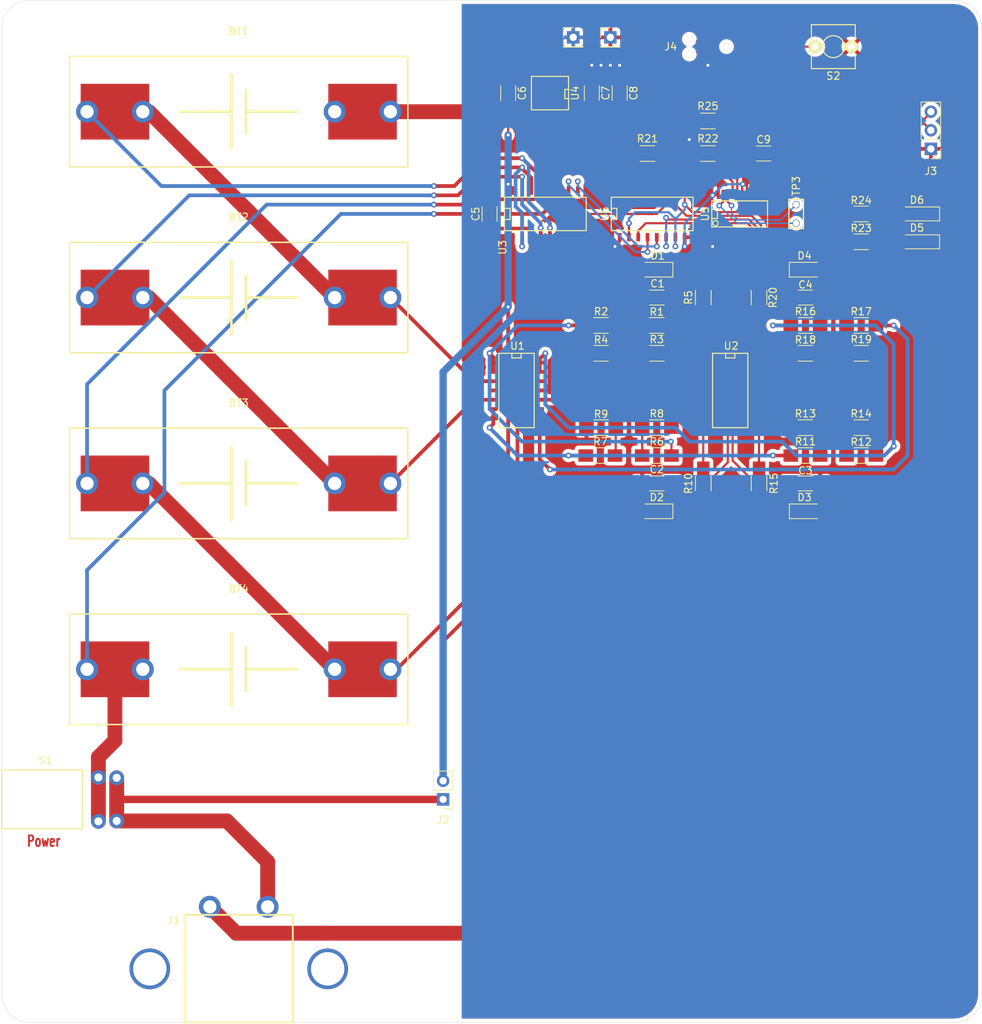
<source format=kicad_pcb>
(kicad_pcb (version 20171130) (host pcbnew "(5.1.9)-1")
  (title_block (title "Avionics Battery Prototype") (date 2021-03-08) (rev B) (company K7ARX) (comment 1 "4s1p rechargeable battery with auto-balancing and state reporting"))
  (layers (0 F.Cu signal) (31 B.Cu signal) (34 B.Paste user) (35 F.Paste user) (36 B.SilkS user) (37 F.SilkS user) (38 B.Mask user) (39 F.Mask user) (44 Edge.Cuts user))
  (net 0 "")
  (net 1 "Net-(BT1-Pad1)")
  (net 2 GND)
  (net 3 "Net-(BT2-Pad1)")
  (net 4 "Net-(BT3-Pad1)")
  (net 5 "Net-(BT4-Pad1)")
  (net 6 V1)
  (net 7 V2)
  (net 8 V3)
  (net 9 V4)
  (net 10 "Net-(C5-Pad2)")
  (net 11 "Net-(C5-Pad1)")
  (net 12 +BATT)
  (net 13 +3V3)
  (net 14 "Net-(C7-Pad2)")
  (net 15 ~RST)
  (net 16 "Net-(D5-Pad2)")
  (net 17 "Net-(D6-Pad2)")
  (net 18 UART_TX)
  (net 19 UART_RX)
  (net 20 TEST)
  (net 21 "Net-(R1-Pad1)")
  (net 22 "Net-(R2-Pad2)")
  (net 23 "Net-(R2-Pad1)")
  (net 24 "Net-(R3-Pad1)")
  (net 25 "Net-(R6-Pad1)")
  (net 26 "Net-(R11-Pad2)")
  (net 27 "Net-(R7-Pad1)")
  (net 28 "Net-(R10-Pad2)")
  (net 29 "Net-(R11-Pad1)")
  (net 30 "Net-(R12-Pad2)")
  (net 31 "Net-(R12-Pad1)")
  (net 32 "Net-(R13-Pad1)")
  (net 33 "Net-(R16-Pad1)")
  (net 34 "Net-(R17-Pad1)")
  (net 35 "Net-(R17-Pad2)")
  (net 36 "Net-(R18-Pad1)")
  (net 37 "Net-(R21-Pad2)")
  (net 38 "Net-(R23-Pad1)")
  (net 39 "Net-(R24-Pad1)")
  (net 40 "Net-(R25-Pad1)")
  (net 41 "Net-(U3-Pad10)")
  (net 42 "Net-(U3-Pad9)")
  (net 43 "Net-(U5-Pad10)")
  (net 44 "Net-(U5-Pad9)")
  (net 45 "Net-(U5-Pad8)")
  (net 46 "Net-(U6-Pad12)")
  (net 47 "Net-(J1-Pad1)")
  (net 48 /X+)
  (net 49 /X-)
  (module "k7arx:8MM-11 2-pin PCB socket" (layer F.Cu) (at 147.32 57.15 270)
    (fp_text reference TP3 (at -3.81 0 90) (layer F.SilkS))
    (fp_text value XTAL)
    (pad 1 thru_hole circle (at 1.27 0 270) (size 1 1) (drill 0.85) (layers *.Cu *.Mask) (net 48 /X+))
    (pad 2 thru_hole circle (at -1.27 0 270) (size 1 1) (drill 0.85) (layers *.Cu *.Mask) (net 49 /X-))
  )
  (module k7arx:K7ARX-10mm (layer F.Cu) (at 137.16 119.38)
    (fp_text reference G*** hide)
    (fp_text value LOGO hide)
  )
  (module Pin_Headers:Pin_Header_Straight_1x02_Pitch2.54mm (layer F.Cu) (at 99.06 137.16 180)
    (fp_text reference J2 (at 0 -2.794) (layer F.SilkS))
    (fp_text value Enable)
    (pad 2 thru_hole oval (at 0 2.54 180) (size 1.7 1.7) (drill 1) (layers *.Cu *.Mask) (net 12 +BATT))
    (pad 1 thru_hole rect (at 0 0 180) (size 1.7 1.7) (drill 1) (layers *.Cu *.Mask) (net 47 "Net-(J1-Pad1)"))
  )
  (module "k7arx:Keystone-92 Battery_Contact 14430" (layer F.Cu) (at 71.12 119.38)
    (fp_text reference BT4 (at 0 -11) (layer F.SilkS))
    (fp_text value 14430)
    (pad 2 thru_hole circle (at 20.735 0) (size 3 3) (drill 1.815) (layers *.Cu *.Mask) (net 4 "Net-(BT3-Pad1)"))
    (pad 2 thru_hole circle (at 13.115 0) (size 3 3) (drill 1.815) (layers *.Cu *.Mask) (net 4 "Net-(BT3-Pad1)"))
    (pad 2 smd rect (at 16.925 0) (size 9.37 7.62) (layers F.Cu F.Paste F.Mask) (net 4 "Net-(BT3-Pad1)"))
    (pad 1 thru_hole circle (at -20.735 0) (size 3 3) (drill 1.815) (layers *.Cu *.Mask) (net 5 "Net-(BT4-Pad1)"))
    (pad 1 thru_hole circle (at -13.115 0) (size 3 3) (drill 1.815) (layers *.Cu *.Mask) (net 5 "Net-(BT4-Pad1)"))
    (pad 1 smd rect (at -16.925 0) (size 9.37 7.62) (layers F.Cu F.Paste F.Mask) (net 5 "Net-(BT4-Pad1)"))
  )
  (module "k7arx:Keystone-92 Battery_Contact 14430" (layer F.Cu) (at 71.12 68.58)
    (fp_text reference BT2 (at 0 -11) (layer F.SilkS))
    (fp_text value 14430)
    (pad 2 thru_hole circle (at 20.735 0) (size 3 3) (drill 1.815) (layers *.Cu *.Mask) (net 1 "Net-(BT1-Pad1)"))
    (pad 2 thru_hole circle (at 13.115 0) (size 3 3) (drill 1.815) (layers *.Cu *.Mask) (net 1 "Net-(BT1-Pad1)"))
    (pad 2 smd rect (at 16.925 0) (size 9.37 7.62) (layers F.Cu F.Paste F.Mask) (net 1 "Net-(BT1-Pad1)"))
    (pad 1 thru_hole circle (at -20.735 0) (size 3 3) (drill 1.815) (layers *.Cu *.Mask) (net 3 "Net-(BT2-Pad1)"))
    (pad 1 thru_hole circle (at -13.115 0) (size 3 3) (drill 1.815) (layers *.Cu *.Mask) (net 3 "Net-(BT2-Pad1)"))
    (pad 1 smd rect (at -16.925 0) (size 9.37 7.62) (layers F.Cu F.Paste F.Mask) (net 3 "Net-(BT2-Pad1)"))
  )
  (module "k7arx:Keystone-92 Battery_Contact 14430" (layer F.Cu) (at 71.12 93.98)
    (fp_text reference BT3 (at 0 -11) (layer F.SilkS))
    (fp_text value 14430)
    (pad 1 smd rect (at -16.925 0) (size 9.37 7.62) (layers F.Cu F.Paste F.Mask) (net 4 "Net-(BT3-Pad1)"))
    (pad 1 thru_hole circle (at -13.115 0) (size 3 3) (drill 1.815) (layers *.Cu *.Mask) (net 4 "Net-(BT3-Pad1)"))
    (pad 1 thru_hole circle (at -20.735 0) (size 3 3) (drill 1.815) (layers *.Cu *.Mask) (net 4 "Net-(BT3-Pad1)"))
    (pad 2 smd rect (at 16.925 0) (size 9.37 7.62) (layers F.Cu F.Paste F.Mask) (net 3 "Net-(BT2-Pad1)"))
    (pad 2 thru_hole circle (at 13.115 0) (size 3 3) (drill 1.815) (layers *.Cu *.Mask) (net 3 "Net-(BT2-Pad1)"))
    (pad 2 thru_hole circle (at 20.735 0) (size 3 3) (drill 1.815) (layers *.Cu *.Mask) (net 3 "Net-(BT2-Pad1)"))
  )
  (module "k7arx:Keystone-92 Battery_Contact 14430" (layer F.Cu) (at 71.12 43.18)
    (fp_text reference BT1 (at 0 -11) (layer F.SilkS))
    (fp_text value 14430)
    (pad 1 smd rect (at -16.925 0) (size 9.37 7.62) (layers F.Cu F.Paste F.Mask) (net 1 "Net-(BT1-Pad1)"))
    (pad 1 thru_hole circle (at -13.115 0) (size 3 3) (drill 1.815) (layers *.Cu *.Mask) (net 1 "Net-(BT1-Pad1)"))
    (pad 1 thru_hole circle (at -20.735 0) (size 3 3) (drill 1.815) (layers *.Cu *.Mask) (net 1 "Net-(BT1-Pad1)"))
    (pad 2 smd rect (at 16.925 0) (size 9.37 7.62) (layers F.Cu F.Paste F.Mask) (net 2 GND))
    (pad 2 thru_hole circle (at 13.115 0) (size 3 3) (drill 1.815) (layers *.Cu *.Mask) (net 2 GND))
    (pad 2 thru_hole circle (at 20.735 0) (size 3 3) (drill 1.815) (layers *.Cu *.Mask) (net 2 GND))
  )
  (module SMD_Packages:SOIC-14_N (layer F.Cu) (at 109.22 81.28 270)
    (fp_text reference U1 (at -6.096 0 180) (layer F.SilkS))
    (fp_text value OPA4197)
    (pad 1 smd rect (at -3.81 3.302 270) (size 0.508 1.143) (layers F.Cu F.Paste F.Mask) (net 22 "Net-(R2-Pad2)"))
    (pad 2 smd rect (at -2.54 3.302 270) (size 0.508 1.143) (layers F.Cu F.Paste F.Mask) (net 22 "Net-(R2-Pad2)"))
    (pad 3 smd rect (at -1.27 3.302 270) (size 0.508 1.143) (layers F.Cu F.Paste F.Mask) (net 1 "Net-(BT1-Pad1)"))
    (pad 4 smd rect (at 0 3.302 270) (size 0.508 1.143) (layers F.Cu F.Paste F.Mask) (net 12 +BATT))
    (pad 5 smd rect (at 1.27 3.302 270) (size 0.508 1.143) (layers F.Cu F.Paste F.Mask) (net 3 "Net-(BT2-Pad1)"))
    (pad 6 smd rect (at 2.54 3.302 270) (size 0.508 1.143) (layers F.Cu F.Paste F.Mask) (net 26 "Net-(R11-Pad2)"))
    (pad 7 smd rect (at 3.81 3.302 270) (size 0.508 1.143) (layers F.Cu F.Paste F.Mask) (net 26 "Net-(R11-Pad2)"))
    (pad 8 smd rect (at 3.81 -3.048 270) (size 0.508 1.143) (layers F.Cu F.Paste F.Mask) (net 35 "Net-(R17-Pad2)"))
    (pad 9 smd rect (at 2.54 -3.048 270) (size 0.508 1.143) (layers F.Cu F.Paste F.Mask) (net 35 "Net-(R17-Pad2)"))
    (pad 11 smd rect (at 0 -3.048 270) (size 0.508 1.143) (layers F.Cu F.Paste F.Mask) (net 2 GND))
    (pad 12 smd rect (at -1.27 -3.048 270) (size 0.508 1.143) (layers F.Cu F.Paste F.Mask) (net 4 "Net-(BT3-Pad1)"))
    (pad 13 smd rect (at -2.54 -3.048 270) (size 0.508 1.143) (layers F.Cu F.Paste F.Mask) (net 30 "Net-(R12-Pad2)"))
    (pad 14 smd rect (at -3.81 -3.048 270) (size 0.508 1.143) (layers F.Cu F.Paste F.Mask) (net 30 "Net-(R12-Pad2)"))
    (pad 10 smd rect (at 1.27 -3.048 270) (size 0.508 1.143) (layers F.Cu F.Paste F.Mask) (net 12 +BATT))
  )
  (module SMD_Packages:SOIC-14_N (layer F.Cu) (at 138.43 81.28 270)
    (fp_text reference U2 (at -6.096 0 180) (layer F.SilkS))
    (fp_text value OPA4197)
    (pad 10 smd rect (at 1.27 -3.048 270) (size 0.508 1.143) (layers F.Cu F.Paste F.Mask) (net 31 "Net-(R12-Pad1)"))
    (pad 14 smd rect (at -3.81 -3.048 270) (size 0.508 1.143) (layers F.Cu F.Paste F.Mask) (net 36 "Net-(R18-Pad1)"))
    (pad 13 smd rect (at -2.54 -3.048 270) (size 0.508 1.143) (layers F.Cu F.Paste F.Mask) (net 33 "Net-(R16-Pad1)"))
    (pad 12 smd rect (at -1.27 -3.048 270) (size 0.508 1.143) (layers F.Cu F.Paste F.Mask) (net 34 "Net-(R17-Pad1)"))
    (pad 11 smd rect (at 0 -3.048 270) (size 0.508 1.143) (layers F.Cu F.Paste F.Mask) (net 2 GND))
    (pad 9 smd rect (at 2.54 -3.048 270) (size 0.508 1.143) (layers F.Cu F.Paste F.Mask) (net 29 "Net-(R11-Pad1)"))
    (pad 8 smd rect (at 3.81 -3.048 270) (size 0.508 1.143) (layers F.Cu F.Paste F.Mask) (net 32 "Net-(R13-Pad1)"))
    (pad 7 smd rect (at 3.81 3.302 270) (size 0.508 1.143) (layers F.Cu F.Paste F.Mask) (net 28 "Net-(R10-Pad2)"))
    (pad 6 smd rect (at 2.54 3.302 270) (size 0.508 1.143) (layers F.Cu F.Paste F.Mask) (net 25 "Net-(R6-Pad1)"))
    (pad 5 smd rect (at 1.27 3.302 270) (size 0.508 1.143) (layers F.Cu F.Paste F.Mask) (net 27 "Net-(R7-Pad1)"))
    (pad 4 smd rect (at 0 3.302 270) (size 0.508 1.143) (layers F.Cu F.Paste F.Mask) (net 12 +BATT))
    (pad 3 smd rect (at -1.27 3.302 270) (size 0.508 1.143) (layers F.Cu F.Paste F.Mask) (net 23 "Net-(R2-Pad1)"))
    (pad 2 smd rect (at -2.54 3.302 270) (size 0.508 1.143) (layers F.Cu F.Paste F.Mask) (net 21 "Net-(R1-Pad1)"))
    (pad 1 smd rect (at -3.81 3.302 270) (size 0.508 1.143) (layers F.Cu F.Paste F.Mask) (net 24 "Net-(R3-Pad1)"))
  )
  (module Capacitors_SMD:C_1206_HandSoldering (layer F.Cu) (at 128.27 68.58 180)
    (fp_text reference C1 (at -0.095 1.905) (layer F.SilkS))
    (fp_text value 0.1u hide)
    (pad 2 smd rect (at 2 0 180) (size 2 1.6) (layers F.Cu F.Paste F.Mask) (net 2 GND))
    (pad 1 smd rect (at -2 0 180) (size 2 1.6) (layers F.Cu F.Paste F.Mask) (net 6 V1))
  )
  (module Capacitors_SMD:C_1206_HandSoldering (layer F.Cu) (at 128.27 93.98 180)
    (fp_text reference C2 (at 0 1.905) (layer F.SilkS))
    (fp_text value 0.1u hide)
    (pad 1 smd rect (at -2 0 180) (size 2 1.6) (layers F.Cu F.Paste F.Mask) (net 7 V2))
    (pad 2 smd rect (at 2 0 180) (size 2 1.6) (layers F.Cu F.Paste F.Mask) (net 2 GND))
  )
  (module Capacitors_SMD:C_1206_HandSoldering (layer F.Cu) (at 148.59 93.98)
    (fp_text reference C3 (at 0 -1.75) (layer F.SilkS))
    (fp_text value 0.1u hide)
    (pad 2 smd rect (at 2 0) (size 2 1.6) (layers F.Cu F.Paste F.Mask) (net 2 GND))
    (pad 1 smd rect (at -2 0) (size 2 1.6) (layers F.Cu F.Paste F.Mask) (net 8 V3))
  )
  (module Capacitors_SMD:C_1206_HandSoldering (layer F.Cu) (at 148.59 68.58)
    (fp_text reference C4 (at 0 -1.75) (layer F.SilkS))
    (fp_text value 0.1u hide)
    (pad 1 smd rect (at -2 0) (size 2 1.6) (layers F.Cu F.Paste F.Mask) (net 9 V4))
    (pad 2 smd rect (at 2 0) (size 2 1.6) (layers F.Cu F.Paste F.Mask) (net 2 GND))
  )
  (module Capacitors_SMD:C_1206_HandSoldering (layer F.Cu) (at 105.41 57.15 270)
    (fp_text reference C5 (at 0 1.905 90) (layer F.SilkS))
    (fp_text value 1u hide)
    (pad 2 smd rect (at 2 0 270) (size 2 1.6) (layers F.Cu F.Paste F.Mask) (net 10 "Net-(C5-Pad2)"))
    (pad 1 smd rect (at -2 0 270) (size 2 1.6) (layers F.Cu F.Paste F.Mask) (net 11 "Net-(C5-Pad1)"))
  )
  (module Capacitors_SMD:C_1206_HandSoldering (layer F.Cu) (at 107.95 40.64 90)
    (fp_text reference C6 (at 0 1.905 90) (layer F.SilkS))
    (fp_text value 1u hide)
    (pad 2 smd rect (at 2 0 90) (size 2 1.6) (layers F.Cu F.Paste F.Mask) (net 2 GND))
    (pad 1 smd rect (at -2 0 90) (size 2 1.6) (layers F.Cu F.Paste F.Mask) (net 12 +BATT))
  )
  (module Capacitors_SMD:C_1206_HandSoldering (layer F.Cu) (at 119.38 40.64 270)
    (fp_text reference C7 (at 0 -1.905 90) (layer F.SilkS))
    (fp_text value 10n hide)
    (pad 1 smd rect (at -2 0 270) (size 2 1.6) (layers F.Cu F.Paste F.Mask) (net 13 +3V3))
    (pad 2 smd rect (at 2 0 270) (size 2 1.6) (layers F.Cu F.Paste F.Mask) (net 14 "Net-(C7-Pad2)"))
  )
  (module Capacitors_SMD:C_1206_HandSoldering (layer F.Cu) (at 123.19 40.64 270)
    (fp_text reference C8 (at 0 -1.905 90) (layer F.SilkS))
    (fp_text value 10u hide)
    (pad 1 smd rect (at -2 0 270) (size 2 1.6) (layers F.Cu F.Paste F.Mask) (net 13 +3V3))
    (pad 2 smd rect (at 2 0 270) (size 2 1.6) (layers F.Cu F.Paste F.Mask) (net 2 GND))
  )
  (module Capacitors_SMD:C_1206_HandSoldering (layer F.Cu) (at 142.875 48.895)
    (fp_text reference C9 (at 0 -1.905) (layer F.SilkS))
    (fp_text value 10n hide)
    (pad 2 smd rect (at 2 0) (size 2 1.6) (layers F.Cu F.Paste F.Mask) (net 2 GND))
    (pad 1 smd rect (at -2 0) (size 2 1.6) (layers F.Cu F.Paste F.Mask) (net 15 ~RST))
  )
  (module Diodes_SMD:D_SOD-123F (layer F.Cu) (at 128.27 64.77 180)
    (fp_text reference D1 (at -0.127 1.905) (layer F.SilkS))
    (fp_text value "3.6V Zener" hide)
    (pad 1 smd rect (at -1.4 0 180) (size 1.1 1.1) (layers F.Cu F.Paste F.Mask) (net 6 V1))
    (pad 2 smd rect (at 1.4 0 180) (size 1.1 1.1) (layers F.Cu F.Paste F.Mask) (net 2 GND))
  )
  (module Diodes_SMD:D_SOD-123F (layer F.Cu) (at 128.27 97.79 180)
    (fp_text reference D2 (at 0 1.905) (layer F.SilkS))
    (fp_text value "3.6V Zener" hide)
    (pad 2 smd rect (at 1.4 0 180) (size 1.1 1.1) (layers F.Cu F.Paste F.Mask) (net 2 GND))
    (pad 1 smd rect (at -1.4 0 180) (size 1.1 1.1) (layers F.Cu F.Paste F.Mask) (net 7 V2))
  )
  (module Diodes_SMD:D_SOD-123F (layer F.Cu) (at 148.59 97.79)
    (fp_text reference D3 (at -0.127 -1.905) (layer F.SilkS))
    (fp_text value "3.6V Zener" hide)
    (pad 1 smd rect (at -1.4 0) (size 1.1 1.1) (layers F.Cu F.Paste F.Mask) (net 8 V3))
    (pad 2 smd rect (at 1.4 0) (size 1.1 1.1) (layers F.Cu F.Paste F.Mask) (net 2 GND))
  )
  (module Diodes_SMD:D_SOD-123F (layer F.Cu) (at 148.59 64.77)
    (fp_text reference D4 (at -0.127 -1.905) (layer F.SilkS))
    (fp_text value "3.6V Zener" hide)
    (pad 2 smd rect (at 1.4 0) (size 1.1 1.1) (layers F.Cu F.Paste F.Mask) (net 2 GND))
    (pad 1 smd rect (at -1.4 0) (size 1.1 1.1) (layers F.Cu F.Paste F.Mask) (net 9 V4))
  )
  (module LEDs:LED_1206_HandSoldering (layer F.Cu) (at 163.83 60.96 180)
    (fp_text reference D5 (at 0 1.905) (layer F.SilkS))
    (fp_text value LED hide)
    (pad 2 smd rect (at 2 0 180) (size 2 1.7) (layers F.Cu F.Paste F.Mask) (net 16 "Net-(D5-Pad2)"))
    (pad 1 smd rect (at -2 0 180) (size 2 1.7) (layers F.Cu F.Paste F.Mask) (net 2 GND))
  )
  (module LEDs:LED_1206_HandSoldering (layer F.Cu) (at 163.83 57.15 180)
    (fp_text reference D6 (at 0 1.905) (layer F.SilkS))
    (fp_text value LED hide)
    (pad 1 smd rect (at -2 0 180) (size 2 1.7) (layers F.Cu F.Paste F.Mask) (net 2 GND))
    (pad 2 smd rect (at 2 0 180) (size 2 1.7) (layers F.Cu F.Paste F.Mask) (net 17 "Net-(D6-Pad2)"))
  )
  (module Pin_Headers:Pin_Header_Straight_1x03_Pitch2.54mm (layer F.Cu) (at 165.735 48.26 180)
    (fp_text reference J3 (at 0 -3.048) (layer F.SilkS))
    (fp_text value UART hide)
    (pad 3 thru_hole oval (at 0 5.08 180) (size 1.7 1.7) (drill 1) (layers *.Cu *.Mask) (net 18 UART_TX))
    (pad 2 thru_hole oval (at 0 2.54 180) (size 1.7 1.7) (drill 1) (layers *.Cu *.Mask) (net 19 UART_RX))
    (pad 1 thru_hole rect (at 0 0 180) (size 1.7 1.7) (drill 1) (layers *.Cu *.Mask) (net 2 GND))
  )
  (module Resistors_SMD:R_1206_HandSoldering (layer F.Cu) (at 128.27 72.39)
    (fp_text reference R1 (at 0 -1.85) (layer F.SilkS))
    (fp_text value 200k hide)
    (pad 1 smd rect (at -2 0) (size 2 1.7) (layers F.Cu F.Paste F.Mask) (net 21 "Net-(R1-Pad1)"))
    (pad 2 smd rect (at 2 0) (size 2 1.7) (layers F.Cu F.Paste F.Mask) (net 2 GND))
  )
  (module Resistors_SMD:R_1206_HandSoldering (layer F.Cu) (at 120.65 72.39 180)
    (fp_text reference R2 (at 0 1.905) (layer F.SilkS))
    (fp_text value 200k hide)
    (pad 2 smd rect (at 2 0 180) (size 2 1.7) (layers F.Cu F.Paste F.Mask) (net 22 "Net-(R2-Pad2)"))
    (pad 1 smd rect (at -2 0 180) (size 2 1.7) (layers F.Cu F.Paste F.Mask) (net 23 "Net-(R2-Pad1)"))
  )
  (module Resistors_SMD:R_1206_HandSoldering (layer F.Cu) (at 128.27 76.2 180)
    (fp_text reference R3 (at 0 1.905) (layer F.SilkS))
    (fp_text value 100k hide)
    (pad 1 smd rect (at -2 0 180) (size 2 1.7) (layers F.Cu F.Paste F.Mask) (net 24 "Net-(R3-Pad1)"))
    (pad 2 smd rect (at 2 0 180) (size 2 1.7) (layers F.Cu F.Paste F.Mask) (net 21 "Net-(R1-Pad1)"))
  )
  (module Resistors_SMD:R_1206_HandSoldering (layer F.Cu) (at 120.65 76.2)
    (fp_text reference R4 (at 0 -1.85) (layer F.SilkS))
    (fp_text value 100k hide)
    (pad 2 smd rect (at 2 0) (size 2 1.7) (layers F.Cu F.Paste F.Mask) (net 23 "Net-(R2-Pad1)"))
    (pad 1 smd rect (at -2 0) (size 2 1.7) (layers F.Cu F.Paste F.Mask) (net 2 GND))
  )
  (module Resistors_SMD:R_1206_HandSoldering (layer F.Cu) (at 134.62 68.58 270)
    (fp_text reference R5 (at 0 2.032 90) (layer F.SilkS))
    (fp_text value 330 hide)
    (pad 2 smd rect (at 2 0 270) (size 2 1.7) (layers F.Cu F.Paste F.Mask) (net 24 "Net-(R3-Pad1)"))
    (pad 1 smd rect (at -2 0 270) (size 2 1.7) (layers F.Cu F.Paste F.Mask) (net 6 V1))
  )
  (module Resistors_SMD:R_1206_HandSoldering (layer F.Cu) (at 128.27 90.17)
    (fp_text reference R6 (at 0 -1.905) (layer F.SilkS))
    (fp_text value 200k hide)
    (pad 1 smd rect (at -2 0) (size 2 1.7) (layers F.Cu F.Paste F.Mask) (net 25 "Net-(R6-Pad1)"))
    (pad 2 smd rect (at 2 0) (size 2 1.7) (layers F.Cu F.Paste F.Mask) (net 22 "Net-(R2-Pad2)"))
  )
  (module Resistors_SMD:R_1206_HandSoldering (layer F.Cu) (at 120.555 90.17 180)
    (fp_text reference R7 (at 0 1.905) (layer F.SilkS))
    (fp_text value 200k hide)
    (pad 2 smd rect (at 2 0 180) (size 2 1.7) (layers F.Cu F.Paste F.Mask) (net 26 "Net-(R11-Pad2)"))
    (pad 1 smd rect (at -2 0 180) (size 2 1.7) (layers F.Cu F.Paste F.Mask) (net 27 "Net-(R7-Pad1)"))
  )
  (module Resistors_SMD:R_1206_HandSoldering (layer F.Cu) (at 128.27 86.36 180)
    (fp_text reference R8 (at 0 1.905) (layer F.SilkS))
    (fp_text value 100k hide)
    (pad 2 smd rect (at 2 0 180) (size 2 1.7) (layers F.Cu F.Paste F.Mask) (net 25 "Net-(R6-Pad1)"))
    (pad 1 smd rect (at -2 0 180) (size 2 1.7) (layers F.Cu F.Paste F.Mask) (net 28 "Net-(R10-Pad2)"))
  )
  (module Resistors_SMD:R_1206_HandSoldering (layer F.Cu) (at 120.65 86.36)
    (fp_text reference R9 (at 0 -1.85) (layer F.SilkS))
    (fp_text value 100k hide)
    (pad 2 smd rect (at 2 0) (size 2 1.7) (layers F.Cu F.Paste F.Mask) (net 27 "Net-(R7-Pad1)"))
    (pad 1 smd rect (at -2 0) (size 2 1.7) (layers F.Cu F.Paste F.Mask) (net 2 GND))
  )
  (module Resistors_SMD:R_1206_HandSoldering (layer F.Cu) (at 134.62 93.98 90)
    (fp_text reference R10 (at 0 -2.032 90) (layer F.SilkS))
    (fp_text value 330 hide)
    (pad 1 smd rect (at -2 0 90) (size 2 1.7) (layers F.Cu F.Paste F.Mask) (net 7 V2))
    (pad 2 smd rect (at 2 0 90) (size 2 1.7) (layers F.Cu F.Paste F.Mask) (net 28 "Net-(R10-Pad2)"))
  )
  (module Resistors_SMD:R_1206_HandSoldering (layer F.Cu) (at 148.59 90.17 180)
    (fp_text reference R11 (at 0 1.905) (layer F.SilkS))
    (fp_text value 200k hide)
    (pad 1 smd rect (at -2 0 180) (size 2 1.7) (layers F.Cu F.Paste F.Mask) (net 29 "Net-(R11-Pad1)"))
    (pad 2 smd rect (at 2 0 180) (size 2 1.7) (layers F.Cu F.Paste F.Mask) (net 26 "Net-(R11-Pad2)"))
  )
  (module Resistors_SMD:R_1206_HandSoldering (layer F.Cu) (at 156.21 90.17)
    (fp_text reference R12 (at 0 -1.85) (layer F.SilkS))
    (fp_text value 200k hide)
    (pad 2 smd rect (at 2 0) (size 2 1.7) (layers F.Cu F.Paste F.Mask) (net 30 "Net-(R12-Pad2)"))
    (pad 1 smd rect (at -2 0) (size 2 1.7) (layers F.Cu F.Paste F.Mask) (net 31 "Net-(R12-Pad1)"))
  )
  (module Resistors_SMD:R_1206_HandSoldering (layer F.Cu) (at 148.59 86.36)
    (fp_text reference R13 (at 0 -1.905) (layer F.SilkS))
    (fp_text value 100k hide)
    (pad 1 smd rect (at -2 0) (size 2 1.7) (layers F.Cu F.Paste F.Mask) (net 32 "Net-(R13-Pad1)"))
    (pad 2 smd rect (at 2 0) (size 2 1.7) (layers F.Cu F.Paste F.Mask) (net 29 "Net-(R11-Pad1)"))
  )
  (module Resistors_SMD:R_1206_HandSoldering (layer F.Cu) (at 156.21 86.36 180)
    (fp_text reference R14 (at 0 1.905) (layer F.SilkS))
    (fp_text value 100k hide)
    (pad 2 smd rect (at 2 0 180) (size 2 1.7) (layers F.Cu F.Paste F.Mask) (net 31 "Net-(R12-Pad1)"))
    (pad 1 smd rect (at -2 0 180) (size 2 1.7) (layers F.Cu F.Paste F.Mask) (net 2 GND))
  )
  (module Resistors_SMD:R_1206_HandSoldering (layer F.Cu) (at 142.24 93.98 90)
    (fp_text reference R15 (at 0 2.032 90) (layer F.SilkS))
    (fp_text value 330 hide)
    (pad 2 smd rect (at 2 0 90) (size 2 1.7) (layers F.Cu F.Paste F.Mask) (net 32 "Net-(R13-Pad1)"))
    (pad 1 smd rect (at -2 0 90) (size 2 1.7) (layers F.Cu F.Paste F.Mask) (net 8 V3))
  )
  (module Resistors_SMD:R_1206_HandSoldering (layer F.Cu) (at 148.59 72.39 180)
    (fp_text reference R16 (at 0 1.905) (layer F.SilkS))
    (fp_text value 200k hide)
    (pad 1 smd rect (at -2 0 180) (size 2 1.7) (layers F.Cu F.Paste F.Mask) (net 33 "Net-(R16-Pad1)"))
    (pad 2 smd rect (at 2 0 180) (size 2 1.7) (layers F.Cu F.Paste F.Mask) (net 30 "Net-(R12-Pad2)"))
  )
  (module Resistors_SMD:R_1206_HandSoldering (layer F.Cu) (at 156.21 72.39)
    (fp_text reference R17 (at 0 -1.905) (layer F.SilkS))
    (fp_text value 200k hide)
    (pad 1 smd rect (at -2 0) (size 2 1.7) (layers F.Cu F.Paste F.Mask) (net 34 "Net-(R17-Pad1)"))
    (pad 2 smd rect (at 2 0) (size 2 1.7) (layers F.Cu F.Paste F.Mask) (net 35 "Net-(R17-Pad2)"))
  )
  (module Resistors_SMD:R_1206_HandSoldering (layer F.Cu) (at 148.59 76.2)
    (fp_text reference R18 (at 0 -1.85) (layer F.SilkS))
    (fp_text value 100k hide)
    (pad 2 smd rect (at 2 0) (size 2 1.7) (layers F.Cu F.Paste F.Mask) (net 33 "Net-(R16-Pad1)"))
    (pad 1 smd rect (at -2 0) (size 2 1.7) (layers F.Cu F.Paste F.Mask) (net 36 "Net-(R18-Pad1)"))
  )
  (module Resistors_SMD:R_1206_HandSoldering (layer F.Cu) (at 156.21 76.2 180)
    (fp_text reference R19 (at 0 1.905) (layer F.SilkS))
    (fp_text value 100k hide)
    (pad 1 smd rect (at -2 0 180) (size 2 1.7) (layers F.Cu F.Paste F.Mask) (net 2 GND))
    (pad 2 smd rect (at 2 0 180) (size 2 1.7) (layers F.Cu F.Paste F.Mask) (net 34 "Net-(R17-Pad1)"))
  )
  (module Resistors_SMD:R_1206_HandSoldering (layer F.Cu) (at 142.24 68.58 270)
    (fp_text reference R20 (at 0 -1.905 90) (layer F.SilkS))
    (fp_text value 330 hide)
    (pad 1 smd rect (at -2 0 270) (size 2 1.7) (layers F.Cu F.Paste F.Mask) (net 9 V4))
    (pad 2 smd rect (at 2 0 270) (size 2 1.7) (layers F.Cu F.Paste F.Mask) (net 36 "Net-(R18-Pad1)"))
  )
  (module Resistors_SMD:R_1206_HandSoldering (layer F.Cu) (at 127 48.895)
    (fp_text reference R21 (at 0 -2.032) (layer F.SilkS))
    (fp_text value 33k hide)
    (pad 2 smd rect (at 2 0) (size 2 1.7) (layers F.Cu F.Paste F.Mask) (net 37 "Net-(R21-Pad2)"))
    (pad 1 smd rect (at -2 0) (size 2 1.7) (layers F.Cu F.Paste F.Mask) (net 12 +BATT))
  )
  (module Resistors_SMD:R_1206_HandSoldering (layer F.Cu) (at 135.255 48.895)
    (fp_text reference R22 (at 0 -2.032) (layer F.SilkS))
    (fp_text value 33k hide)
    (pad 1 smd rect (at -2 0) (size 2 1.7) (layers F.Cu F.Paste F.Mask) (net 13 +3V3))
    (pad 2 smd rect (at 2 0) (size 2 1.7) (layers F.Cu F.Paste F.Mask) (net 15 ~RST))
  )
  (module Resistors_SMD:R_1206_HandSoldering (layer F.Cu) (at 156.21 60.96)
    (fp_text reference R23 (at 0 -1.85) (layer F.SilkS))
    (fp_text value 330 hide)
    (pad 2 smd rect (at 2 0) (size 2 1.7) (layers F.Cu F.Paste F.Mask) (net 16 "Net-(D5-Pad2)"))
    (pad 1 smd rect (at -2 0) (size 2 1.7) (layers F.Cu F.Paste F.Mask) (net 38 "Net-(R23-Pad1)"))
  )
  (module Resistors_SMD:R_1206_HandSoldering (layer F.Cu) (at 156.21 57.15)
    (fp_text reference R24 (at 0 -1.85) (layer F.SilkS))
    (fp_text value 330 hide)
    (pad 2 smd rect (at 2 0) (size 2 1.7) (layers F.Cu F.Paste F.Mask) (net 17 "Net-(D6-Pad2)"))
    (pad 1 smd rect (at -2 0) (size 2 1.7) (layers F.Cu F.Paste F.Mask) (net 39 "Net-(R24-Pad1)"))
  )
  (module Resistors_SMD:R_1206_HandSoldering (layer F.Cu) (at 135.255 44.45)
    (fp_text reference R25 (at 0 -2.032) (layer F.SilkS))
    (fp_text value 33k hide)
    (pad 1 smd rect (at -2 0) (size 2 1.7) (layers F.Cu F.Paste F.Mask) (net 40 "Net-(R25-Pad1)"))
    (pad 2 smd rect (at 2 0) (size 2 1.7) (layers F.Cu F.Paste F.Mask) (net 2 GND))
  )
  (module SMD_Packages:SO-16-N (layer F.Cu) (at 113.03 57.15)
    (fp_text reference U3 (at -5.842 4.572 90) (layer F.SilkS))
    (fp_text value CD4052B)
    (pad 16 smd rect (at -4.445 -3.175) (size 0.508 1.143) (layers F.Cu F.Paste F.Mask) (net 12 +BATT))
    (pad 14 smd rect (at -1.905 -3.175) (size 0.508 1.143) (layers F.Cu F.Paste F.Mask) (net 3 "Net-(BT2-Pad1)"))
    (pad 13 smd rect (at -0.635 -3.175) (size 0.508 1.143) (layers F.Cu F.Paste F.Mask) (net 11 "Net-(C5-Pad1)"))
    (pad 12 smd rect (at 0.635 -3.175) (size 0.508 1.143) (layers F.Cu F.Paste F.Mask) (net 1 "Net-(BT1-Pad1)"))
    (pad 11 smd rect (at 1.905 -3.175) (size 0.508 1.143) (layers F.Cu F.Paste F.Mask) (net 5 "Net-(BT4-Pad1)"))
    (pad 10 smd rect (at 3.175 -3.175) (size 0.508 1.143) (layers F.Cu F.Paste F.Mask) (net 41 "Net-(U3-Pad10)"))
    (pad 9 smd rect (at 4.445 -3.175) (size 0.508 1.143) (layers F.Cu F.Paste F.Mask) (net 42 "Net-(U3-Pad9)"))
    (pad 8 smd rect (at 4.445 3.175) (size 0.508 1.143) (layers F.Cu F.Paste F.Mask) (net 2 GND))
    (pad 7 smd rect (at 3.175 3.175) (size 0.508 1.143) (layers F.Cu F.Paste F.Mask) (net 2 GND))
    (pad 6 smd rect (at 1.905 3.175) (size 0.508 1.143) (layers F.Cu F.Paste F.Mask) (net 37 "Net-(R21-Pad2)"))
    (pad 5 smd rect (at 0.635 3.175) (size 0.508 1.143) (layers F.Cu F.Paste F.Mask) (net 1 "Net-(BT1-Pad1)"))
    (pad 4 smd rect (at -0.635 3.175) (size 0.508 1.143) (layers F.Cu F.Paste F.Mask) (net 4 "Net-(BT3-Pad1)"))
    (pad 3 smd rect (at -1.905 3.175) (size 0.508 1.143) (layers F.Cu F.Paste F.Mask) (net 10 "Net-(C5-Pad2)"))
    (pad 2 smd rect (at -3.175 3.175) (size 0.508 1.143) (layers F.Cu F.Paste F.Mask) (net 3 "Net-(BT2-Pad1)"))
    (pad 1 smd rect (at -4.445 3.175) (size 0.508 1.143) (layers F.Cu F.Paste F.Mask) (net 2 GND))
    (pad 15 smd rect (at -3.175 -3.175) (size 0.508 1.143) (layers F.Cu F.Paste F.Mask) (net 4 "Net-(BT3-Pad1)"))
  )
  (module SMD_Packages:SSOP-20 (layer F.Cu) (at 139.5984 57.15)
    (fp_text reference U5 (at -4.7244 0 90) (layer F.SilkS))
    (fp_text value MSP430G2233)
    (pad 1 smd rect (at -2.921 2.667) (size 0.4064 1.27) (layers F.Cu F.Paste F.Mask) (net 13 +3V3))
    (pad 2 smd rect (at -2.286 2.667) (size 0.4064 1.27) (layers F.Cu F.Paste F.Mask) (net 6 V1))
    (pad 3 smd rect (at -1.6256 2.667) (size 0.4064 1.27) (layers F.Cu F.Paste F.Mask) (net 7 V2))
    (pad 4 smd rect (at -0.9652 2.667) (size 0.4064 1.27) (layers F.Cu F.Paste F.Mask) (net 8 V3))
    (pad 5 smd rect (at -0.3302 2.667) (size 0.4064 1.27) (layers F.Cu F.Paste F.Mask) (net 9 V4))
    (pad 6 smd rect (at 0.3302 2.667) (size 0.4064 1.27) (layers F.Cu F.Paste F.Mask) (net 38 "Net-(R23-Pad1)"))
    (pad 7 smd rect (at 0.9906 2.667) (size 0.4064 1.27) (layers F.Cu F.Paste F.Mask) (net 39 "Net-(R24-Pad1)"))
    (pad 8 smd rect (at 1.6256 2.667) (size 0.4064 1.27) (layers F.Cu F.Paste F.Mask) (net 45 "Net-(U5-Pad8)"))
    (pad 9 smd rect (at 2.286 2.667) (size 0.4064 1.27) (layers F.Cu F.Paste F.Mask) (net 44 "Net-(U5-Pad9)"))
    (pad 10 smd rect (at 2.921 2.667) (size 0.4064 1.27) (layers F.Cu F.Paste F.Mask) (net 43 "Net-(U5-Pad10)"))
    (pad 11 smd rect (at 2.921 -2.667) (size 0.4064 1.27) (layers F.Cu F.Paste F.Mask) (net 40 "Net-(R25-Pad1)"))
    (pad 12 smd rect (at 2.286 -2.667) (size 0.4064 1.27) (layers F.Cu F.Paste F.Mask) (net 19 UART_RX))
    (pad 13 smd rect (at 1.6256 -2.667) (size 0.4064 1.27) (layers F.Cu F.Paste F.Mask) (net 18 UART_TX))
    (pad 14 smd rect (at 0.9906 -2.667) (size 0.4064 1.27) (layers F.Cu F.Paste F.Mask) (net 2 GND))
    (pad 15 smd rect (at 0.3302 -2.667) (size 0.4064 1.27) (layers F.Cu F.Paste F.Mask) (net 2 GND))
    (pad 16 smd rect (at -0.3302 -2.667) (size 0.4064 1.27) (layers F.Cu F.Paste F.Mask) (net 15 ~RST))
    (pad 17 smd rect (at -0.9652 -2.667) (size 0.4064 1.27) (layers F.Cu F.Paste F.Mask) (net 20 TEST))
    (pad 18 smd rect (at -1.6256 -2.667) (size 0.4064 1.27) (layers F.Cu F.Paste F.Mask) (net 49 /X-))
    (pad 19 smd rect (at -2.286 -2.667) (size 0.4064 1.27) (layers F.Cu F.Paste F.Mask) (net 48 /X+))
    (pad 20 smd rect (at -2.921 -2.667) (size 0.4064 1.27) (layers F.Cu F.Paste F.Mask) (net 2 GND))
  )
  (module SMD_Packages:SO-16-N (layer F.Cu) (at 127.635 57.15)
    (fp_text reference U6 (at -6.477 0 90) (layer F.SilkS))
    (fp_text value CD40109B)
    (pad 15 smd rect (at -3.175 -3.175) (size 0.508 1.143) (layers F.Cu F.Paste F.Mask) (net 2 GND))
    (pad 1 smd rect (at -4.445 3.175) (size 0.508 1.143) (layers F.Cu F.Paste F.Mask) (net 13 +3V3))
    (pad 2 smd rect (at -3.175 3.175) (size 0.508 1.143) (layers F.Cu F.Paste F.Mask) (net 40 "Net-(R25-Pad1)"))
    (pad 3 smd rect (at -1.905 3.175) (size 0.508 1.143) (layers F.Cu F.Paste F.Mask) (net 45 "Net-(U5-Pad8)"))
    (pad 4 smd rect (at -0.635 3.175) (size 0.508 1.143) (layers F.Cu F.Paste F.Mask) (net 41 "Net-(U3-Pad10)"))
    (pad 5 smd rect (at 0.635 3.175) (size 0.508 1.143) (layers F.Cu F.Paste F.Mask) (net 42 "Net-(U3-Pad9)"))
    (pad 6 smd rect (at 1.905 3.175) (size 0.508 1.143) (layers F.Cu F.Paste F.Mask) (net 44 "Net-(U5-Pad9)"))
    (pad 7 smd rect (at 3.175 3.175) (size 0.508 1.143) (layers F.Cu F.Paste F.Mask) (net 40 "Net-(R25-Pad1)"))
    (pad 8 smd rect (at 4.445 3.175) (size 0.508 1.143) (layers F.Cu F.Paste F.Mask) (net 2 GND))
    (pad 9 smd rect (at 4.445 -3.175) (size 0.508 1.143) (layers F.Cu F.Paste F.Mask) (net 40 "Net-(R25-Pad1)"))
    (pad 10 smd rect (at 3.175 -3.175) (size 0.508 1.143) (layers F.Cu F.Paste F.Mask) (net 43 "Net-(U5-Pad10)"))
    (pad 11 smd rect (at 1.905 -3.175) (size 0.508 1.143) (layers F.Cu F.Paste F.Mask) (net 37 "Net-(R21-Pad2)"))
    (pad 12 smd rect (at 0.635 -3.175) (size 0.508 1.143) (layers F.Cu F.Paste F.Mask) (net 46 "Net-(U6-Pad12)"))
    (pad 13 smd rect (at -0.635 -3.175) (size 0.508 1.143) (layers F.Cu F.Paste F.Mask) (net 2 GND))
    (pad 14 smd rect (at -1.905 -3.175) (size 0.508 1.143) (layers F.Cu F.Paste F.Mask) (net 2 GND))
    (pad 16 smd rect (at -4.445 -3.175) (size 0.508 1.143) (layers F.Cu F.Paste F.Mask) (net 12 +BATT))
  )
  (module SMD_Packages:SOIC-8-N (layer F.Cu) (at 113.665 40.64 180)
    (fp_text reference U4 (at -3.429 0 90) (layer F.SilkS))
    (fp_text value LT1763)
    (pad 1 smd rect (at -1.905 3.175 180) (size 0.508 1.143) (layers F.Cu F.Paste F.Mask) (net 13 +3V3))
    (pad 2 smd rect (at -0.635 3.175 180) (size 0.508 1.143) (layers F.Cu F.Paste F.Mask) (net 13 +3V3))
    (pad 3 smd rect (at 0.635 3.175 180) (size 0.508 1.143) (layers F.Cu F.Paste F.Mask) (net 2 GND))
    (pad 4 smd rect (at 1.905 3.175 180) (size 0.508 1.143) (layers F.Cu F.Paste F.Mask) (net 14 "Net-(C7-Pad2)"))
    (pad 5 smd rect (at 1.905 -3.175 180) (size 0.508 1.143) (layers F.Cu F.Paste F.Mask) (net 12 +BATT))
    (pad 6 smd rect (at 0.635 -3.175 180) (size 0.508 1.143) (layers F.Cu F.Paste F.Mask) (net 2 GND))
    (pad 7 smd rect (at -0.635 -3.175 180) (size 0.508 1.143) (layers F.Cu F.Paste F.Mask) (net 2 GND))
    (pad 8 smd rect (at -1.905 -3.175 180) (size 0.508 1.143) (layers F.Cu F.Paste F.Mask) (net 12 +BATT))
  )
  (module k7arx:Tag-Connect_TC2030-NL (layer F.Cu) (at 136.525 34.29 180)
    (fp_text reference J4 (at 6.35 0) (layer F.SilkS))
    (fp_text value "SBW JTAG" hide)
    (pad "" np_thru_hole circle (at 3.81 -1.016 180) (size 1 1) (drill 0.991) (layers *.Cu *.Mask F.SilkS))
    (pad "" np_thru_hole circle (at 3.81 1.016 180) (size 1 1) (drill 0.991) (layers *.Cu *.Mask F.SilkS))
    (pad "" np_thru_hole circle (at -1.27 0 180) (size 1 1) (drill 0.991) (layers *.Cu *.Mask F.SilkS))
    (pad 6 smd circle (at 2.54 -0.635 180) (size 0.787 0.787) (layers F.Cu F.Paste F.Mask) (net 20 TEST))
    (pad 5 smd circle (at 2.54 0.635 180) (size 0.787 0.787) (layers F.Cu F.Paste F.Mask) (net 2 GND))
    (pad 4 smd circle (at 1.27 -0.635 180) (size 0.787 0.787) (layers F.Cu F.Paste F.Mask) (net 13 +3V3))
    (pad 3 smd circle (at 1.27 0.635 180) (size 0.787 0.787) (layers F.Cu F.Paste F.Mask) (net 2 GND))
    (pad 2 smd circle (at 0 -0.635 180) (size 0.787 0.787) (layers F.Cu F.Paste F.Mask) (net 13 +3V3))
    (pad 1 smd circle (at 0 0.635 180) (size 0.787 0.787) (layers F.Cu F.Paste F.Mask) (net 15 ~RST))
    (pad 1 smd circle (at 0 0.635 180) (size 0.787 0.787) (layers F.Cu F.Paste F.Mask) (net 15 ~RST))
    (pad 2 smd circle (at 0 -0.635 180) (size 0.787 0.787) (layers F.Cu F.Paste F.Mask) (net 13 +3V3))
    (pad 3 smd circle (at 1.27 0.635 180) (size 0.787 0.787) (layers F.Cu F.Paste F.Mask) (net 2 GND))
    (pad 4 smd circle (at 1.27 -0.635 180) (size 0.787 0.787) (layers F.Cu F.Paste F.Mask) (net 13 +3V3))
    (pad 5 smd circle (at 2.54 0.635 180) (size 0.787 0.787) (layers F.Cu F.Paste F.Mask) (net 2 GND))
    (pad 6 smd circle (at 2.54 -0.635 180) (size 0.787 0.787) (layers F.Cu F.Paste F.Mask) (net 20 TEST))
    (pad "" np_thru_hole circle (at -1.27 0 180) (size 1 1) (drill 0.991) (layers *.Cu *.Mask F.SilkS))
    (pad "" np_thru_hole circle (at 3.81 1.016 180) (size 1 1) (drill 0.991) (layers *.Cu *.Mask F.SilkS))
    (pad "" np_thru_hole circle (at 3.81 -1.016 180) (size 1 1) (drill 0.991) (layers *.Cu *.Mask F.SilkS))
  )
  (module "k7arx:PB400 DPST Pushbutton Switch" (layer F.Cu) (at 38.735 137.16 180)
    (fp_text reference S1 (at -5.969 5.334) (layer F.SilkS))
    (fp_text value "Power Switch" hide)
    (pad 1 thru_hole circle (at -15.7 2.95 180) (size 2 2) (drill 1.1) (layers *.Cu *.Mask) (net 47 "Net-(J1-Pad1)"))
    (pad 3 thru_hole circle (at -15.7 -2.95 180) (size 2 2) (drill 1.1) (layers *.Cu *.Mask) (net 47 "Net-(J1-Pad1)"))
    (pad 2 thru_hole circle (at -13.2 3 180) (size 2 2) (drill 1.1) (layers *.Cu *.Mask) (net 5 "Net-(BT4-Pad1)"))
    (pad 4 thru_hole circle (at -13.2 -3 180) (size 2 2) (drill 1.1) (layers *.Cu *.Mask) (net 5 "Net-(BT4-Pad1)"))
    (pad "" np_thru_hole circle (at -1.8 2.2 180) (size 1.9 1.9) (drill 1.9) (layers *.Cu *.Mask))
    (pad "" np_thru_hole circle (at -1.8 -2.2 180) (size 1.9 1.9) (drill 1.9) (layers *.Cu *.Mask))
  )
  (module k7arx:EVQ2_Momentary_Switch (layer F.Cu) (at 152.4 34.29)
    (fp_text reference S2 (at 0 4) (layer F.SilkS))
    (fp_text value "Tac Switch" hide)
    (pad 1 thru_hole circle (at -2.5 0) (size 1.75 1.75) (drill 1) (layers *.Cu *.Mask F.SilkS) (net 15 ~RST))
    (pad 2 thru_hole circle (at 2.5 0) (size 1.75 1.75) (drill 1) (layers *.Cu *.Mask F.SilkS) (net 2 GND))
  )
  (module Pin_Headers:Pin_Header_Straight_1x01_Pitch2.54mm (layer F.Cu) (at 116.84 33.02)
    (fp_text reference TP1 hide)
    (fp_text value 3V3)
    (pad 1 thru_hole rect (at 0 0) (size 1.7 1.7) (drill 1) (layers *.Cu *.Mask) (net 13 +3V3))
  )
  (module Pin_Headers:Pin_Header_Straight_1x01_Pitch2.54mm (layer F.Cu) (at 121.92 33.02)
    (fp_text reference TP2 hide)
    (fp_text value Gnd)
    (pad 1 thru_hole rect (at 0 0) (size 1.7 1.7) (drill 1) (layers *.Cu *.Mask) (net 2 GND))
  )
  (module k7arx:Anderson_PowerPole_PCB_2H1V (layer F.Cu) (at 71.12 167.64 180)
    (fp_text reference J1 (at 8.89 13.97) (layer F.SilkS))
    (fp_text value Jack-DC)
    (pad "" np_thru_hole circle (at -12.155 7.32 180) (size 5.57 5.57) (drill 4.57) (layers *.Cu *.Mask))
    (pad "" np_thru_hole circle (at 12.155 7.32 180) (size 5.57 5.57) (drill 4.57) (layers *.Cu *.Mask))
    (pad 1 thru_hole circle (at -3.95 15.8 180) (size 3 3) (drill 1.8) (layers *.Cu *.Mask) (net 47 "Net-(J1-Pad1)"))
    (pad 2 thru_hole circle (at 3.95 15.8 180) (size 3 3) (drill 1.8) (layers *.Cu *.Mask) (net 2 GND))
  )
  (gr_text Power (at 44.45 142.875) (layer F.Cu) (effects (font (size 1.4478 1.016) (thickness 0.254))))
  (gr_line (start 42.545 27.94) (end 168.91 27.94) (layer Edge.Cuts) (width 0.05))
  (gr_line (start 38.735 31.75) (end 38.735 163.83) (layer Edge.Cuts) (width 0.05))
  (gr_arc (start 42.545 31.75) (end 42.545 27.94) (angle -90) (layer Edge.Cuts) (width 0.05))
  (gr_line (start 42.545 167.64) (end 168.91 167.64) (layer Edge.Cuts) (width 0.05))
  (gr_arc (start 42.545 163.83) (end 38.735 163.83) (angle -90) (layer Edge.Cuts) (width 0.05))
  (gr_line (start 172.72 163.83) (end 172.72 31.75) (layer Edge.Cuts) (width 0.05))
  (gr_arc (start 168.91 163.83) (end 168.91 167.64) (angle -90) (layer Edge.Cuts) (width 0.05))
  (gr_arc (start 168.91 31.75) (end 172.72 31.75) (angle -90) (layer Edge.Cuts) (width 0.05))
  (gr_text "Avionics Battery Prototype Rev C" (at 137.16 129.54) (layer F.Cu) (effects (font (size 1.905 1.524) (thickness 0.254))))
  (segment (start 58.835 43.18) (end 84.235 68.58) (width 2.032) (layer F.Cu) (net 1))
  (segment (start 54.195 43.18) (end 58.835 43.18) (width 2.032) (layer F.Cu) (net 1))
  (segment (start 103.285 80.01) (end 91.855 68.58) (width 0.508) (layer F.Cu) (net 1))
  (segment (start 105.918 80.01) (end 103.285 80.01) (width 0.508) (layer F.Cu) (net 1))
  (via (at 113.665 59.055) (size 0.8) (drill 0.4) (layers F.Cu B.Cu) (net 1))
  (segment (start 60.545 53.34) (end 97.79 53.34) (width 0.508) (layer B.Cu) (net 1))
  (segment (start 50.385 43.18) (end 60.545 53.34) (width 0.508) (layer B.Cu) (net 1))
  (via (at 97.79 53.34) (size 0.8) (drill 0.4) (layers F.Cu B.Cu) (net 1))
  (via (at 109.855 49.53) (size 0.8) (drill 0.4) (layers F.Cu B.Cu) (net 1))
  (segment (start 113.665 53.34) (end 109.855 49.53) (width 0.508) (layer F.Cu) (net 1))
  (segment (start 113.665 53.975) (end 113.665 53.34) (width 0.508) (layer F.Cu) (net 1))
  (segment (start 113.665 58.42) (end 110.744 55.499) (width 0.508) (layer B.Cu) (net 1))
  (segment (start 110.744 50.419) (end 109.855 49.53) (width 0.508) (layer B.Cu) (net 1))
  (segment (start 110.744 55.499) (end 110.744 50.419) (width 0.508) (layer B.Cu) (net 1))
  (segment (start 113.665 59.055) (end 113.665 58.42) (width 0.508) (layer B.Cu) (net 1))
  (segment (start 113.665 60.325) (end 113.665 59.055) (width 0.508) (layer F.Cu) (net 1))
  (segment (start 100.584 53.34) (end 97.79 53.34) (width 0.508) (layer F.Cu) (net 1))
  (segment (start 104.394 49.53) (end 100.584 53.34) (width 0.508) (layer F.Cu) (net 1))
  (segment (start 109.855 49.53) (end 104.394 49.53) (width 0.508) (layer F.Cu) (net 1))
  (segment (start 88.045 43.18) (end 104.14 43.18) (width 2.032) (layer F.Cu) (net 2))
  (segment (start 140.589 54.483) (end 140.589 53.086) (width 0.3) (layer F.Cu) (net 2))
  (segment (start 140.589 53.086) (end 140.97 52.705) (width 0.3) (layer F.Cu) (net 2))
  (segment (start 139.9286 54.483) (end 140.589 54.483) (width 0.3) (layer F.Cu) (net 2))
  (via (at 132.08 61.595) (size 0.8) (drill 0.4) (layers F.Cu B.Cu) (net 2))
  (segment (start 132.08 60.325) (end 132.08 61.595) (width 0.3) (layer F.Cu) (net 2))
  (via (at 135.89 54.61) (size 0.8) (drill 0.4) (layers F.Cu B.Cu) (net 2))
  (segment (start 136.5504 54.61) (end 136.6774 54.483) (width 0.3) (layer F.Cu) (net 2))
  (segment (start 135.89 54.61) (end 136.5504 54.61) (width 0.3) (layer F.Cu) (net 2))
  (segment (start 139.9286 54.483) (end 139.9286 55.6006) (width 0.3) (layer F.Cu) (net 2))
  (segment (start 140.589 54.483) (end 140.589 55.499) (width 0.3) (layer F.Cu) (net 2))
  (segment (start 136.6774 54.483) (end 136.6774 53.1114) (width 0.3) (layer F.Cu) (net 2))
  (segment (start 135.255 33.655) (end 133.985 33.655) (width 0.3) (layer F.Cu) (net 2))
  (segment (start 139.9286 53.1756) (end 140.0182 53.086) (width 0.3) (layer F.Cu) (net 2))
  (via (at 140.0182 53.086) (size 0.8) (drill 0.4) (layers F.Cu B.Cu) (net 2))
  (segment (start 139.9286 54.483) (end 139.9286 53.1756) (width 0.3) (layer F.Cu) (net 2))
  (segment (start 137.414 53.086) (end 135.89 54.61) (width 0.3) (layer B.Cu) (net 2))
  (segment (start 140.0182 53.086) (end 137.414 53.086) (width 0.3) (layer B.Cu) (net 2))
  (segment (start 132.08 58.42) (end 132.08 59.055) (width 0.3) (layer B.Cu) (net 2))
  (segment (start 132.08 59.055) (end 132.08 61.595) (width 0.3) (layer B.Cu) (net 2))
  (segment (start 135.89 54.61) (end 132.08 58.42) (width 0.3) (layer B.Cu) (net 2))
  (segment (start 67.17 151.84) (end 70.778 155.448) (width 2.032) (layer F.Cu) (net 2))
  (segment (start 70.778 155.448) (end 82.55 155.448) (width 2.032) (layer F.Cu) (net 2))
  (segment (start 82.55 155.448) (end 102.616 155.448) (width 2.032) (layer F.Cu) (net 2))
  (segment (start 105.918 82.55) (end 103.285 82.55) (width 0.508) (layer F.Cu) (net 3))
  (segment (start 103.285 82.55) (end 91.855 93.98) (width 0.508) (layer F.Cu) (net 3))
  (segment (start 58.835 68.58) (end 84.235 93.98) (width 2.032) (layer F.Cu) (net 3))
  (segment (start 54.195 68.58) (end 58.835 68.58) (width 2.032) (layer F.Cu) (net 3))
  (via (at 109.855 61.595) (size 0.8) (drill 0.4) (layers F.Cu B.Cu) (net 3))
  (segment (start 109.855 60.325) (end 109.855 61.595) (width 0.508) (layer F.Cu) (net 3))
  (segment (start 64.355 54.61) (end 97.79 54.61) (width 0.508) (layer B.Cu) (net 3))
  (segment (start 50.385 68.58) (end 64.355 54.61) (width 0.508) (layer B.Cu) (net 3))
  (via (at 97.79 54.61) (size 0.8) (drill 0.4) (layers F.Cu B.Cu) (net 3))
  (via (at 109.855 50.8) (size 0.8) (drill 0.4) (layers F.Cu B.Cu) (net 3))
  (segment (start 109.855 50.959998) (end 109.855 50.8) (width 0.3) (layer F.Cu) (net 3))
  (segment (start 111.125 52.229998) (end 109.855 50.959998) (width 0.508) (layer F.Cu) (net 3))
  (segment (start 111.125 53.975) (end 111.125 52.229998) (width 0.508) (layer F.Cu) (net 3))
  (segment (start 109.855 57.023) (end 109.855 61.595) (width 0.508) (layer B.Cu) (net 3))
  (segment (start 108.966 56.134) (end 109.855 57.023) (width 0.508) (layer B.Cu) (net 3))
  (segment (start 108.966 51.689) (end 108.966 56.134) (width 0.508) (layer B.Cu) (net 3))
  (segment (start 109.855 50.8) (end 108.966 51.689) (width 0.508) (layer B.Cu) (net 3))
  (segment (start 101.092 54.61) (end 97.79 54.61) (width 0.508) (layer F.Cu) (net 3))
  (segment (start 104.902 50.8) (end 101.092 54.61) (width 0.508) (layer F.Cu) (net 3))
  (segment (start 109.855 50.8) (end 104.902 50.8) (width 0.508) (layer F.Cu) (net 3))
  (segment (start 58.835 93.98) (end 84.235 119.38) (width 2.032) (layer F.Cu) (net 4))
  (segment (start 54.195 93.98) (end 58.835 93.98) (width 2.032) (layer F.Cu) (net 4))
  (segment (start 88.045 119.38) (end 92.71 119.38) (width 0.3) (layer F.Cu) (net 4))
  (segment (start 92.71 119.38) (end 107.95 104.14) (width 0.508) (layer F.Cu) (net 4))
  (segment (start 111.3965 80.01) (end 112.268 80.01) (width 0.508) (layer F.Cu) (net 4))
  (segment (start 107.95 83.4565) (end 111.3965 80.01) (width 0.508) (layer F.Cu) (net 4))
  (segment (start 107.95 104.14) (end 107.95 83.4565) (width 0.508) (layer F.Cu) (net 4))
  (segment (start 50.385 93.98) (end 50.385 80.425) (width 0.508) (layer B.Cu) (net 4))
  (via (at 97.79 55.88) (size 0.8) (drill 0.4) (layers F.Cu B.Cu) (net 4))
  (segment (start 74.93 55.88) (end 97.79 55.88) (width 0.508) (layer B.Cu) (net 4))
  (segment (start 50.385 80.425) (end 74.93 55.88) (width 0.508) (layer B.Cu) (net 4))
  (segment (start 101.6 55.88) (end 97.79 55.88) (width 0.508) (layer F.Cu) (net 4))
  (via (at 112.395 59.055) (size 0.8) (drill 0.4) (layers F.Cu B.Cu) (net 4))
  (segment (start 112.395 60.325) (end 112.395 59.055) (width 0.508) (layer F.Cu) (net 4))
  (via (at 109.855 52.07) (size 0.8) (drill 0.4) (layers F.Cu B.Cu) (net 4))
  (segment (start 109.855 53.975) (end 109.855 52.07) (width 0.508) (layer F.Cu) (net 4))
  (segment (start 112.395 59.055) (end 112.395 58.42) (width 0.508) (layer B.Cu) (net 4))
  (segment (start 109.855 55.88) (end 109.855 52.07) (width 0.508) (layer B.Cu) (net 4))
  (segment (start 112.395 58.42) (end 109.855 55.88) (width 0.508) (layer B.Cu) (net 4))
  (segment (start 105.41 52.07) (end 101.6 55.88) (width 0.508) (layer F.Cu) (net 4))
  (segment (start 109.855 52.07) (end 105.41 52.07) (width 0.508) (layer F.Cu) (net 4))
  (segment (start 54.195 119.38) (end 54.195 129.125) (width 2.032) (layer F.Cu) (net 5))
  (segment (start 50.385 119.38) (end 50.385 105.825) (width 0.508) (layer B.Cu) (net 5))
  (segment (start 50.385 105.825) (end 60.96 95.25) (width 0.508) (layer B.Cu) (net 5))
  (segment (start 60.96 95.25) (end 60.96 81.28) (width 0.508) (layer B.Cu) (net 5))
  (via (at 97.79 57.15) (size 0.8) (drill 0.4) (layers F.Cu B.Cu) (net 5))
  (segment (start 85.09 57.15) (end 97.79 57.15) (width 0.508) (layer B.Cu) (net 5))
  (segment (start 60.96 81.28) (end 85.09 57.15) (width 0.508) (layer B.Cu) (net 5))
  (segment (start 114.935 54.8465) (end 114.935 53.975) (width 0.508) (layer F.Cu) (net 5))
  (segment (start 112.6315 57.15) (end 114.935 54.8465) (width 0.508) (layer F.Cu) (net 5))
  (segment (start 97.79 57.15) (end 112.6315 57.15) (width 0.508) (layer F.Cu) (net 5))
  (segment (start 51.935 131.385) (end 54.195 129.125) (width 2.032) (layer F.Cu) (net 5))
  (segment (start 51.935 134.16) (end 51.935 131.385) (width 2.032) (layer F.Cu) (net 5))
  (segment (start 51.935 134.16) (end 51.935 140.16) (width 2.032) (layer F.Cu) (net 5))
  (segment (start 132.62 68.58) (end 134.62 66.58) (width 0.3) (layer F.Cu) (net 6))
  (segment (start 130.27 68.58) (end 132.62 68.58) (width 0.3) (layer F.Cu) (net 6))
  (segment (start 130.27 65.37) (end 129.67 64.77) (width 0.3) (layer F.Cu) (net 6))
  (segment (start 130.27 68.58) (end 130.27 65.37) (width 0.3) (layer F.Cu) (net 6))
  (segment (start 137.3124 63.8876) (end 134.62 66.58) (width 0.3) (layer F.Cu) (net 6))
  (segment (start 137.3124 59.817) (end 137.3124 63.8876) (width 0.3) (layer F.Cu) (net 6))
  (segment (start 132.62 93.98) (end 134.62 95.98) (width 0.3) (layer F.Cu) (net 7))
  (segment (start 130.27 93.98) (end 132.62 93.98) (width 0.3) (layer F.Cu) (net 7))
  (segment (start 130.27 97.19) (end 129.67 97.79) (width 0.3) (layer F.Cu) (net 7))
  (segment (start 130.27 93.98) (end 130.27 97.19) (width 0.3) (layer F.Cu) (net 7))
  (segment (start 134.62 94.460002) (end 134.62 95.98) (width 0.3) (layer F.Cu) (net 7))
  (segment (start 137.9728 91.107202) (end 134.62 94.460002) (width 0.3) (layer F.Cu) (net 7))
  (segment (start 137.9728 59.817) (end 137.9728 91.107202) (width 0.3) (layer F.Cu) (net 7))
  (segment (start 144.24 93.98) (end 142.24 95.98) (width 0.3) (layer F.Cu) (net 8))
  (segment (start 146.59 93.98) (end 144.24 93.98) (width 0.3) (layer F.Cu) (net 8))
  (segment (start 146.59 97.19) (end 147.19 97.79) (width 0.3) (layer F.Cu) (net 8))
  (segment (start 146.59 93.98) (end 146.59 97.19) (width 0.3) (layer F.Cu) (net 8))
  (segment (start 142.24 94.460002) (end 142.24 95.98) (width 0.3) (layer F.Cu) (net 8))
  (segment (start 138.6332 90.853202) (end 142.24 94.460002) (width 0.3) (layer F.Cu) (net 8))
  (segment (start 138.6332 59.817) (end 138.6332 90.853202) (width 0.3) (layer F.Cu) (net 8))
  (segment (start 144.24 68.58) (end 142.24 66.58) (width 0.3) (layer F.Cu) (net 9))
  (segment (start 146.59 68.58) (end 144.24 68.58) (width 0.3) (layer F.Cu) (net 9))
  (segment (start 146.59 65.37) (end 147.19 64.77) (width 0.3) (layer F.Cu) (net 9))
  (segment (start 146.59 68.58) (end 146.59 65.37) (width 0.3) (layer F.Cu) (net 9))
  (segment (start 139.2682 63.6082) (end 142.24 66.58) (width 0.3) (layer F.Cu) (net 9))
  (segment (start 139.2682 59.817) (end 139.2682 63.6082) (width 0.3) (layer F.Cu) (net 9))
  (segment (start 111.125 59.4535) (end 111.125 60.325) (width 0.508) (layer F.Cu) (net 10))
  (segment (start 110.8215 59.15) (end 111.125 59.4535) (width 0.508) (layer F.Cu) (net 10))
  (segment (start 105.41 59.15) (end 110.8215 59.15) (width 0.508) (layer F.Cu) (net 10))
  (segment (start 112.395 54.160502) (end 112.395 53.975) (width 0.508) (layer F.Cu) (net 11))
  (segment (start 111.405502 55.15) (end 112.395 54.160502) (width 0.508) (layer F.Cu) (net 11))
  (segment (start 105.41 55.15) (end 111.405502 55.15) (width 0.508) (layer F.Cu) (net 11))
  (segment (start 110.49 82.55) (end 109.22 83.82) (width 0.508) (layer F.Cu) (net 12))
  (segment (start 112.268 82.55) (end 110.49 82.55) (width 0.508) (layer F.Cu) (net 12))
  (segment (start 110.585 42.64) (end 111.76 43.815) (width 0.3) (layer F.Cu) (net 12))
  (segment (start 107.95 42.64) (end 110.585 42.64) (width 0.3) (layer F.Cu) (net 12))
  (segment (start 111.76 43.815) (end 111.76 45.72) (width 0.3) (layer F.Cu) (net 12))
  (segment (start 111.76 45.72) (end 112.395 46.355) (width 0.3) (layer F.Cu) (net 12))
  (segment (start 115.57 43.815) (end 115.57 45.72) (width 0.3) (layer F.Cu) (net 12))
  (segment (start 114.935 46.355) (end 112.395 46.355) (width 0.3) (layer F.Cu) (net 12))
  (segment (start 115.57 45.72) (end 114.935 46.355) (width 0.3) (layer F.Cu) (net 12))
  (via (at 107.95 69.85) (size 0.8) (drill 0.4) (layers F.Cu B.Cu) (net 12))
  (segment (start 99.06 78.74) (end 107.95 69.85) (width 1) (layer B.Cu) (net 12))
  (segment (start 99.06 134.62) (end 99.06 78.74) (width 1) (layer B.Cu) (net 12))
  (segment (start 99.06 134.62) (end 99.06 115.57) (width 0.508) (layer F.Cu) (net 12))
  (segment (start 99.06 115.57) (end 109.22 105.41) (width 0.508) (layer F.Cu) (net 12))
  (segment (start 109.22 83.82) (end 109.22 105.41) (width 0.508) (layer F.Cu) (net 12))
  (segment (start 107.95 69.85) (end 107.95 80.1195) (width 0.508) (layer F.Cu) (net 12))
  (segment (start 107.95 80.1195) (end 106.7895 81.28) (width 0.508) (layer F.Cu) (net 12))
  (segment (start 106.7895 81.28) (end 105.918 81.28) (width 0.508) (layer F.Cu) (net 12))
  (segment (start 112.268 82.55) (end 121.285 82.55) (width 0.508) (layer F.Cu) (net 12))
  (segment (start 122.555 81.28) (end 135.128 81.28) (width 0.508) (layer F.Cu) (net 12))
  (segment (start 121.285 82.55) (end 122.555 81.28) (width 0.508) (layer F.Cu) (net 12))
  (via (at 107.95 46.355) (size 0.8) (drill 0.4) (layers F.Cu B.Cu) (net 12))
  (segment (start 107.95 46.355) (end 107.95 42.64) (width 0.3) (layer F.Cu) (net 12))
  (segment (start 107.95 69.85) (end 107.95 66.04) (width 1) (layer B.Cu) (net 12))
  (segment (start 118.745 48.895) (end 115.57 45.72) (width 0.3) (layer F.Cu) (net 12))
  (segment (start 123.19 53.975) (end 123.19 50.165) (width 0.3) (layer F.Cu) (net 12))
  (segment (start 123.19 50.165) (end 121.92 48.895) (width 0.3) (layer F.Cu) (net 12))
  (segment (start 121.92 48.895) (end 118.745 48.895) (width 0.3) (layer F.Cu) (net 12))
  (segment (start 125 48.895) (end 121.92 48.895) (width 0.3) (layer F.Cu) (net 12))
  (via (at 107.95 53.086) (size 0.8) (drill 0.4) (layers F.Cu B.Cu) (net 12))
  (segment (start 107.95 52.705) (end 107.95 46.355) (width 1) (layer B.Cu) (net 12))
  (segment (start 107.95 66.04) (end 107.95 52.705) (width 1) (layer B.Cu) (net 12))
  (segment (start 108.585 53.721) (end 107.95 53.086) (width 0.508) (layer F.Cu) (net 12))
  (segment (start 108.585 53.975) (end 108.585 53.721) (width 0.508) (layer F.Cu) (net 12))
  (segment (start 119.38 38.64) (end 121.38 38.64) (width 0.3) (layer F.Cu) (net 13))
  (segment (start 121.38 38.64) (end 123.19 38.64) (width 0.3) (layer F.Cu) (net 13))
  (segment (start 114.3 37.465) (end 115.57 37.465) (width 0.3) (layer F.Cu) (net 13))
  (segment (start 118.205 37.465) (end 119.38 38.64) (width 0.3) (layer F.Cu) (net 13))
  (segment (start 115.57 37.465) (end 118.205 37.465) (width 0.3) (layer F.Cu) (net 13))
  (via (at 123.19 36.83) (size 0.8) (drill 0.4) (layers F.Cu B.Cu) (net 13))
  (segment (start 123.19 38.64) (end 123.19 36.83) (width 0.3) (layer F.Cu) (net 13))
  (via (at 121.92 36.83) (size 0.8) (drill 0.4) (layers F.Cu B.Cu) (net 13))
  (segment (start 123.19 36.83) (end 121.92 36.83) (width 0.3) (layer B.Cu) (net 13))
  (via (at 120.65 36.83) (size 0.8) (drill 0.4) (layers F.Cu B.Cu) (net 13))
  (segment (start 121.92 36.83) (end 120.65 36.83) (width 0.3) (layer F.Cu) (net 13))
  (via (at 119.38 36.83) (size 0.8) (drill 0.4) (layers F.Cu B.Cu) (net 13))
  (segment (start 120.65 36.83) (end 119.38 36.83) (width 0.3) (layer B.Cu) (net 13))
  (segment (start 119.38 36.83) (end 119.38 38.64) (width 0.3) (layer F.Cu) (net 13))
  (via (at 135.89 61.595) (size 0.8) (drill 0.4) (layers F.Cu B.Cu) (net 13))
  (segment (start 136.6774 60.8076) (end 135.89 61.595) (width 0.3) (layer F.Cu) (net 13))
  (segment (start 136.6774 59.817) (end 136.6774 60.8076) (width 0.3) (layer F.Cu) (net 13))
  (via (at 132.715 46.99) (size 0.8) (drill 0.4) (layers F.Cu B.Cu) (net 13))
  (segment (start 133.255 47.53) (end 132.715 46.99) (width 0.3) (layer F.Cu) (net 13))
  (segment (start 133.255 48.895) (end 133.255 47.53) (width 0.3) (layer F.Cu) (net 13))
  (via (at 122.555 61.595) (size 0.8) (drill 0.4) (layers F.Cu B.Cu) (net 13))
  (segment (start 123.19 60.96) (end 122.555 61.595) (width 0.3) (layer F.Cu) (net 13))
  (segment (start 123.19 60.325) (end 123.19 60.96) (width 0.3) (layer F.Cu) (net 13))
  (segment (start 135.255 34.925) (end 136.525 34.925) (width 0.3) (layer F.Cu) (net 13))
  (via (at 135.255 36.83) (size 0.8) (drill 0.4) (layers F.Cu B.Cu) (net 13))
  (segment (start 135.255 34.925) (end 135.255 36.83) (width 0.3) (layer F.Cu) (net 13))
  (segment (start 116.0635 42.64) (end 119.38 42.64) (width 0.3) (layer F.Cu) (net 14))
  (segment (start 111.76 38.3365) (end 116.0635 42.64) (width 0.3) (layer F.Cu) (net 14))
  (segment (start 111.76 37.465) (end 111.76 38.3365) (width 0.3) (layer F.Cu) (net 14))
  (segment (start 139.065 48.895) (end 140.875 48.895) (width 0.3) (layer F.Cu) (net 15))
  (segment (start 137.255 48.895) (end 139.065 48.895) (width 0.3) (layer F.Cu) (net 15))
  (segment (start 136.525 33.02) (end 136.525 33.655) (width 0.3) (layer F.Cu) (net 15))
  (segment (start 139.065 33.02) (end 138.43 32.385) (width 0.3) (layer F.Cu) (net 15))
  (segment (start 139.065 34.925) (end 139.065 33.02) (width 0.3) (layer F.Cu) (net 15))
  (segment (start 135.89 38.1) (end 139.065 34.925) (width 0.3) (layer F.Cu) (net 15))
  (segment (start 135.89 47.625) (end 135.89 38.1) (width 0.3) (layer F.Cu) (net 15))
  (segment (start 137.16 48.895) (end 135.89 47.625) (width 0.3) (layer F.Cu) (net 15))
  (segment (start 137.16 32.385) (end 136.525 33.02) (width 0.3) (layer F.Cu) (net 15))
  (segment (start 138.43 32.385) (end 137.16 32.385) (width 0.3) (layer F.Cu) (net 15))
  (segment (start 137.255 48.895) (end 137.16 48.895) (width 0.3) (layer F.Cu) (net 15))
  (segment (start 139.7 34.29) (end 139.065 34.925) (width 0.3) (layer F.Cu) (net 15))
  (segment (start 149.9 34.29) (end 147.32 34.29) (width 0.3) (layer F.Cu) (net 15))
  (segment (start 147.32 34.29) (end 139.7 34.29) (width 0.3) (layer F.Cu) (net 15))
  (segment (start 147.36 34.29) (end 147.32 34.29) (width 0.3) (layer F.Cu) (net 15))
  (segment (start 137.255 50.451) (end 137.255 48.895) (width 0.3) (layer F.Cu) (net 15))
  (segment (start 139.2682 52.4642) (end 137.255 50.451) (width 0.3) (layer F.Cu) (net 15))
  (segment (start 139.2682 54.483) (end 139.2682 52.4642) (width 0.3) (layer F.Cu) (net 15))
  (segment (start 158.21 60.96) (end 161.83 60.96) (width 0.3) (layer F.Cu) (net 16))
  (segment (start 158.21 57.15) (end 161.83 57.15) (width 0.3) (layer F.Cu) (net 17))
  (segment (start 141.224 53.64888) (end 141.224 54.483) (width 0.3) (layer F.Cu) (net 18))
  (segment (start 143.43788 51.435) (end 141.224 53.64888) (width 0.3) (layer F.Cu) (net 18))
  (segment (start 162.17101 44.20399) (end 154.94 51.435) (width 0.3) (layer F.Cu) (net 18))
  (segment (start 154.94 51.435) (end 143.43788 51.435) (width 0.3) (layer F.Cu) (net 18))
  (segment (start 164.846 44.20399) (end 162.17101 44.20399) (width 0.3) (layer F.Cu) (net 18))
  (segment (start 165.735 43.18) (end 164.846 44.20399) (width 0.3) (layer F.Cu) (net 18))
  (segment (start 143.51 52.07) (end 141.8844 53.6956) (width 0.3) (layer F.Cu) (net 19))
  (segment (start 155.194 52.07) (end 143.51 52.07) (width 0.3) (layer F.Cu) (net 19))
  (segment (start 162.433 44.831) (end 155.194 52.07) (width 0.3) (layer F.Cu) (net 19))
  (segment (start 164.846 44.831) (end 162.433 44.831) (width 0.3) (layer F.Cu) (net 19))
  (segment (start 141.8844 53.6956) (end 141.8844 54.483) (width 0.3) (layer F.Cu) (net 19))
  (segment (start 165.735 45.72) (end 164.846 44.831) (width 0.3) (layer F.Cu) (net 19))
  (segment (start 135.255 37.940002) (end 133.985 36.670002) (width 0.3) (layer F.Cu) (net 20))
  (segment (start 135.255 49.403) (end 135.255 37.940002) (width 0.3) (layer F.Cu) (net 20))
  (segment (start 133.985 36.670002) (end 133.985 34.925) (width 0.3) (layer F.Cu) (net 20))
  (segment (start 138.6332 52.7812) (end 135.255 49.403) (width 0.3) (layer F.Cu) (net 20))
  (segment (start 138.6332 54.483) (end 138.6332 52.7812) (width 0.3) (layer F.Cu) (net 20))
  (segment (start 135.128 78.74) (end 127.635 78.74) (width 0.3) (layer F.Cu) (net 21))
  (segment (start 126.27 77.375) (end 126.27 76.2) (width 0.3) (layer F.Cu) (net 21))
  (segment (start 127.635 78.74) (end 126.27 77.375) (width 0.3) (layer F.Cu) (net 21))
  (segment (start 126.27 72.39) (end 126.27 76.2) (width 0.3) (layer F.Cu) (net 21))
  (segment (start 105.918 78.74) (end 105.918 77.47) (width 0.508) (layer F.Cu) (net 22))
  (via (at 105.41 76.2) (size 0.8) (drill 0.4) (layers F.Cu B.Cu) (net 22))
  (segment (start 105.918 76.708) (end 105.41 76.2) (width 0.508) (layer F.Cu) (net 22))
  (segment (start 105.918 77.47) (end 105.918 76.708) (width 0.508) (layer F.Cu) (net 22))
  (segment (start 105.41 76.2) (end 109.22 72.39) (width 0.508) (layer B.Cu) (net 22))
  (via (at 116.205 72.39) (size 0.8) (drill 0.4) (layers F.Cu B.Cu) (net 22))
  (segment (start 109.22 72.39) (end 116.205 72.39) (width 0.508) (layer B.Cu) (net 22))
  (segment (start 116.205 72.39) (end 118.65 72.39) (width 0.508) (layer F.Cu) (net 22))
  (via (at 130.175 88.265) (size 0.8) (drill 0.4) (layers F.Cu B.Cu) (net 22))
  (segment (start 130.27 88.36) (end 130.175 88.265) (width 0.3) (layer F.Cu) (net 22))
  (segment (start 130.27 90.17) (end 130.27 88.36) (width 0.3) (layer F.Cu) (net 22))
  (segment (start 105.41 83.82) (end 105.41 76.2) (width 0.508) (layer B.Cu) (net 22))
  (segment (start 109.855 88.265) (end 105.41 83.82) (width 0.508) (layer B.Cu) (net 22))
  (segment (start 130.175 88.265) (end 109.855 88.265) (width 0.508) (layer B.Cu) (net 22))
  (segment (start 135.128 80.01) (end 125.095 80.01) (width 0.3) (layer F.Cu) (net 23))
  (segment (start 122.65 77.565) (end 122.65 76.2) (width 0.3) (layer F.Cu) (net 23))
  (segment (start 125.095 80.01) (end 122.65 77.565) (width 0.3) (layer F.Cu) (net 23))
  (segment (start 122.65 72.39) (end 122.65 76.2) (width 0.3) (layer F.Cu) (net 23))
  (segment (start 131.54 77.47) (end 130.27 76.2) (width 0.3) (layer F.Cu) (net 24))
  (segment (start 135.128 77.47) (end 131.54 77.47) (width 0.3) (layer F.Cu) (net 24))
  (segment (start 135.128 77.47) (end 135.128 76.073) (width 0.3) (layer F.Cu) (net 24))
  (segment (start 134.62 75.565) (end 134.62 70.58) (width 0.3) (layer F.Cu) (net 24))
  (segment (start 135.128 76.073) (end 134.62 75.565) (width 0.3) (layer F.Cu) (net 24))
  (segment (start 126.27 86.36) (end 126.27 90.17) (width 0.3) (layer F.Cu) (net 25))
  (segment (start 135.128 83.82) (end 127.635 83.82) (width 0.3) (layer F.Cu) (net 25))
  (segment (start 126.27 85.185) (end 126.27 86.36) (width 0.3) (layer F.Cu) (net 25))
  (segment (start 127.635 83.82) (end 126.27 85.185) (width 0.3) (layer F.Cu) (net 25))
  (segment (start 105.918 83.82) (end 105.918 85.09) (width 0.508) (layer F.Cu) (net 26))
  (via (at 105.41 86.36) (size 0.8) (drill 0.4) (layers F.Cu B.Cu) (net 26))
  (segment (start 105.918 85.852) (end 105.41 86.36) (width 0.508) (layer F.Cu) (net 26))
  (segment (start 105.918 85.09) (end 105.918 85.852) (width 0.508) (layer F.Cu) (net 26))
  (segment (start 105.41 86.36) (end 109.22 90.17) (width 0.508) (layer B.Cu) (net 26))
  (via (at 116.205 90.17) (size 0.8) (drill 0.4) (layers F.Cu B.Cu) (net 26))
  (segment (start 109.22 90.17) (end 116.205 90.17) (width 0.508) (layer B.Cu) (net 26))
  (segment (start 116.205 90.17) (end 118.555 90.17) (width 0.508) (layer F.Cu) (net 26))
  (via (at 144.145 90.17) (size 0.8) (drill 0.4) (layers F.Cu B.Cu) (net 26))
  (segment (start 116.205 90.17) (end 144.145 90.17) (width 0.508) (layer B.Cu) (net 26))
  (segment (start 144.145 90.17) (end 146.59 90.17) (width 0.508) (layer F.Cu) (net 26))
  (segment (start 122.65 90.075) (end 122.555 90.17) (width 0.3) (layer F.Cu) (net 27))
  (segment (start 122.65 86.36) (end 122.65 90.075) (width 0.3) (layer F.Cu) (net 27))
  (segment (start 125.095 82.55) (end 135.128 82.55) (width 0.3) (layer F.Cu) (net 27))
  (segment (start 122.65 84.995) (end 125.095 82.55) (width 0.3) (layer F.Cu) (net 27))
  (segment (start 122.65 86.36) (end 122.65 84.995) (width 0.3) (layer F.Cu) (net 27))
  (segment (start 131.54 85.09) (end 130.27 86.36) (width 0.3) (layer F.Cu) (net 28))
  (segment (start 135.128 85.09) (end 131.54 85.09) (width 0.3) (layer F.Cu) (net 28))
  (segment (start 135.128 85.09) (end 135.128 86.487) (width 0.3) (layer F.Cu) (net 28))
  (segment (start 134.62 86.995) (end 134.62 91.98) (width 0.3) (layer F.Cu) (net 28))
  (segment (start 135.128 86.487) (end 134.62 86.995) (width 0.3) (layer F.Cu) (net 28))
  (segment (start 141.478 83.82) (end 149.225 83.82) (width 0.3) (layer F.Cu) (net 29))
  (segment (start 150.59 85.185) (end 150.59 86.36) (width 0.3) (layer F.Cu) (net 29))
  (segment (start 149.225 83.82) (end 150.59 85.185) (width 0.3) (layer F.Cu) (net 29))
  (segment (start 150.59 86.36) (end 150.59 90.17) (width 0.3) (layer F.Cu) (net 29))
  (segment (start 112.268 77.47) (end 112.268 78.74) (width 0.508) (layer F.Cu) (net 30))
  (via (at 113.03 76.2) (size 0.8) (drill 0.4) (layers F.Cu B.Cu) (net 30))
  (segment (start 112.268 76.962) (end 113.03 76.2) (width 0.508) (layer F.Cu) (net 30))
  (segment (start 112.268 77.47) (end 112.268 76.962) (width 0.508) (layer F.Cu) (net 30))
  (via (at 144.145 72.39) (size 0.8) (drill 0.4) (layers F.Cu B.Cu) (net 30))
  (segment (start 144.145 72.39) (end 146.59 72.39) (width 0.508) (layer F.Cu) (net 30))
  (segment (start 158.115 72.39) (end 144.145 72.39) (width 0.508) (layer B.Cu) (net 30))
  (segment (start 160.655 74.93) (end 158.115 72.39) (width 0.508) (layer B.Cu) (net 30))
  (segment (start 160.655 88.9) (end 160.655 74.93) (width 0.508) (layer B.Cu) (net 30))
  (via (at 160.655 88.9) (size 0.8) (drill 0.4) (layers F.Cu B.Cu) (net 30))
  (segment (start 159.385 90.17) (end 160.655 88.9) (width 0.508) (layer F.Cu) (net 30))
  (segment (start 158.21 90.17) (end 159.385 90.17) (width 0.508) (layer F.Cu) (net 30))
  (segment (start 159.385 90.17) (end 160.655 88.9) (width 0.508) (layer B.Cu) (net 30))
  (segment (start 147.32 90.17) (end 159.385 90.17) (width 0.508) (layer B.Cu) (net 30))
  (segment (start 132.715 88.265) (end 145.415 88.265) (width 0.508) (layer B.Cu) (net 30))
  (segment (start 145.415 88.265) (end 147.32 90.17) (width 0.508) (layer B.Cu) (net 30))
  (segment (start 130.81 86.36) (end 132.715 88.265) (width 0.508) (layer B.Cu) (net 30))
  (segment (start 113.03 83.185) (end 116.205 86.36) (width 0.508) (layer B.Cu) (net 30))
  (segment (start 116.205 86.36) (end 130.81 86.36) (width 0.508) (layer B.Cu) (net 30))
  (segment (start 113.03 76.2) (end 113.03 83.185) (width 0.508) (layer B.Cu) (net 30))
  (segment (start 141.478 82.55) (end 151.765 82.55) (width 0.3) (layer F.Cu) (net 31))
  (segment (start 154.21 84.995) (end 154.21 86.36) (width 0.3) (layer F.Cu) (net 31))
  (segment (start 151.765 82.55) (end 154.21 84.995) (width 0.3) (layer F.Cu) (net 31))
  (segment (start 154.21 86.36) (end 154.21 90.17) (width 0.3) (layer F.Cu) (net 31))
  (segment (start 145.32 85.09) (end 146.59 86.36) (width 0.3) (layer F.Cu) (net 32))
  (segment (start 141.478 85.09) (end 145.32 85.09) (width 0.3) (layer F.Cu) (net 32))
  (segment (start 141.478 85.09) (end 141.478 86.233) (width 0.3) (layer F.Cu) (net 32))
  (segment (start 142.24 86.995) (end 142.24 91.98) (width 0.3) (layer F.Cu) (net 32))
  (segment (start 141.478 86.233) (end 142.24 86.995) (width 0.3) (layer F.Cu) (net 32))
  (segment (start 141.478 78.74) (end 149.225 78.74) (width 0.3) (layer F.Cu) (net 33))
  (segment (start 150.59 77.375) (end 150.59 76.2) (width 0.3) (layer F.Cu) (net 33))
  (segment (start 149.225 78.74) (end 150.59 77.375) (width 0.3) (layer F.Cu) (net 33))
  (segment (start 150.59 76.2) (end 150.59 72.39) (width 0.3) (layer F.Cu) (net 33))
  (segment (start 141.478 80.01) (end 151.765 80.01) (width 0.3) (layer F.Cu) (net 34))
  (segment (start 154.21 77.565) (end 154.21 76.2) (width 0.3) (layer F.Cu) (net 34))
  (segment (start 151.765 80.01) (end 154.21 77.565) (width 0.3) (layer F.Cu) (net 34))
  (segment (start 154.21 76.2) (end 154.21 72.39) (width 0.3) (layer F.Cu) (net 34))
  (segment (start 112.268 83.82) (end 112.268 85.09) (width 0.508) (layer F.Cu) (net 35))
  (via (at 160.655 72.39) (size 0.8) (drill 0.4) (layers F.Cu B.Cu) (net 35))
  (segment (start 158.21 72.39) (end 160.655 72.39) (width 0.508) (layer F.Cu) (net 35))
  (segment (start 112.268 85.09) (end 112.268 90.678) (width 0.508) (layer F.Cu) (net 35))
  (segment (start 161.29 91.44) (end 162.56 90.17) (width 0.508) (layer B.Cu) (net 35))
  (segment (start 162.56 74.295) (end 160.655 72.39) (width 0.508) (layer B.Cu) (net 35))
  (segment (start 162.56 90.17) (end 162.56 74.295) (width 0.508) (layer B.Cu) (net 35))
  (segment (start 112.268 90.678) (end 113.665 92.075) (width 0.508) (layer F.Cu) (net 35))
  (via (at 113.665 92.075) (size 0.8) (drill 0.4) (layers F.Cu B.Cu) (net 35))
  (segment (start 113.665 92.075) (end 160.655 92.075) (width 0.508) (layer B.Cu) (net 35))
  (segment (start 160.655 92.075) (end 161.29 91.44) (width 0.508) (layer B.Cu) (net 35))
  (segment (start 145.32 77.47) (end 146.59 76.2) (width 0.3) (layer F.Cu) (net 36))
  (segment (start 141.478 77.47) (end 145.32 77.47) (width 0.3) (layer F.Cu) (net 36))
  (segment (start 141.478 77.47) (end 141.478 76.327) (width 0.3) (layer F.Cu) (net 36))
  (segment (start 142.24 75.565) (end 142.24 70.58) (width 0.3) (layer F.Cu) (net 36))
  (segment (start 141.478 76.327) (end 142.24 75.565) (width 0.3) (layer F.Cu) (net 36))
  (segment (start 129.54 49.435) (end 129 48.895) (width 0.3) (layer F.Cu) (net 37))
  (segment (start 129.54 53.975) (end 129.54 49.435) (width 0.3) (layer F.Cu) (net 37))
  (segment (start 114.935 59.055) (end 114.935 60.325) (width 0.3) (layer F.Cu) (net 37))
  (segment (start 116.84 57.15) (end 114.935 59.055) (width 0.3) (layer F.Cu) (net 37))
  (segment (start 127.635 57.15) (end 116.84 57.15) (width 0.3) (layer F.Cu) (net 37))
  (segment (start 129.54 53.975) (end 129.54 55.245) (width 0.3) (layer F.Cu) (net 37))
  (segment (start 129.54 53.975) (end 129.54 55.88) (width 0.3) (layer F.Cu) (net 37))
  (segment (start 129.54 55.88) (end 128.27 57.15) (width 0.3) (layer F.Cu) (net 37))
  (segment (start 128.27 57.15) (end 127.635 57.15) (width 0.3) (layer F.Cu) (net 37))
  (segment (start 127.635 57.15) (end 127 57.15) (width 0.3) (layer F.Cu) (net 37))
  (segment (start 151.384 60.96) (end 154.21 60.96) (width 0.3) (layer F.Cu) (net 38))
  (segment (start 150.09455 62.24945) (end 151.384 60.96) (width 0.3) (layer F.Cu) (net 38))
  (segment (start 140.98945 62.24945) (end 150.09455 62.24945) (width 0.3) (layer F.Cu) (net 38))
  (segment (start 139.9286 61.1886) (end 140.98945 62.24945) (width 0.3) (layer F.Cu) (net 38))
  (segment (start 139.9286 59.817) (end 139.9286 61.1886) (width 0.3) (layer F.Cu) (net 38))
  (segment (start 149.876 61.484) (end 154.21 57.15) (width 0.3) (layer F.Cu) (net 39))
  (segment (start 149.61056 61.74944) (end 149.876 61.484) (width 0.3) (layer F.Cu) (net 39))
  (segment (start 141.19656 61.74944) (end 149.61056 61.74944) (width 0.3) (layer F.Cu) (net 39))
  (segment (start 140.589 61.14188) (end 141.19656 61.74944) (width 0.3) (layer F.Cu) (net 39))
  (segment (start 140.589 59.817) (end 140.589 61.14188) (width 0.3) (layer F.Cu) (net 39))
  (segment (start 130.81 60.325) (end 130.81 61.595) (width 0.3) (layer F.Cu) (net 40))
  (segment (start 130.81 61.595) (end 130.81 58.94) (width 0.3) (layer B.Cu) (net 40))
  (via (at 130.81 61.595) (size 0.8) (drill 0.4) (layers F.Cu B.Cu) (net 40))
  (segment (start 129.900001 56.919999) (end 125.325001 56.919999) (width 0.3) (layer B.Cu) (net 40))
  (segment (start 130.81 57.829998) (end 129.900001 56.919999) (width 0.3) (layer B.Cu) (net 40))
  (segment (start 130.81 58.94) (end 130.81 57.829998) (width 0.3) (layer B.Cu) (net 40))
  (via (at 124.46 58.42) (size 0.8) (drill 0.4) (layers F.Cu B.Cu) (net 40))
  (segment (start 124.46 57.785) (end 124.46 58.42) (width 0.3) (layer B.Cu) (net 40))
  (segment (start 125.325001 56.919999) (end 124.46 57.785) (width 0.3) (layer B.Cu) (net 40))
  (segment (start 124.46 58.42) (end 124.46 60.325) (width 0.3) (layer F.Cu) (net 40))
  (segment (start 142.5194 54.483) (end 142.5194 55.8546) (width 0.3) (layer F.Cu) (net 40))
  (segment (start 141.45056 56.92344) (end 141.43111 56.90399) (width 0.3) (layer F.Cu) (net 40))
  (segment (start 142.5194 55.8546) (end 141.45056 56.92344) (width 0.3) (layer F.Cu) (net 40))
  (segment (start 141.43111 56.90399) (end 133.10399 56.90399) (width 0.3) (layer F.Cu) (net 40))
  (segment (start 132.08 55.88) (end 132.08 53.975) (width 0.3) (layer F.Cu) (net 40))
  (segment (start 133.10399 56.90399) (end 132.08 55.88) (width 0.3) (layer F.Cu) (net 40))
  (via (at 132.08 55.88) (size 0.8) (drill 0.4) (layers F.Cu B.Cu) (net 40))
  (segment (start 132.08 56.559998) (end 130.81 57.829998) (width 0.3) (layer B.Cu) (net 40))
  (segment (start 132.08 55.88) (end 132.08 56.559998) (width 0.3) (layer B.Cu) (net 40))
  (segment (start 134.62 45.815) (end 133.255 44.45) (width 0.3) (layer F.Cu) (net 40))
  (segment (start 134.62 51.435) (end 134.62 45.815) (width 0.3) (layer F.Cu) (net 40))
  (segment (start 132.08 53.975) (end 134.62 51.435) (width 0.3) (layer F.Cu) (net 40))
  (via (at 127 62.345) (size 0.8) (drill 0.4) (layers F.Cu B.Cu) (net 41))
  (segment (start 127 60.325) (end 127 62.345) (width 0.3) (layer F.Cu) (net 41))
  (via (at 116.205 52.705) (size 0.8) (drill 0.4) (layers F.Cu B.Cu) (net 41))
  (segment (start 116.205 52.77712) (end 116.205 52.705) (width 0.3) (layer B.Cu) (net 41))
  (segment (start 116.205 52.705) (end 116.205 53.975) (width 0.3) (layer F.Cu) (net 41))
  (segment (start 127 62.345) (end 125.337 62.345) (width 0.3) (layer B.Cu) (net 41))
  (segment (start 116.205 53.213) (end 116.205 52.705) (width 0.3) (layer B.Cu) (net 41))
  (segment (start 125.337 62.345) (end 116.205 53.213) (width 0.3) (layer B.Cu) (net 41))
  (via (at 128.27 61.595) (size 0.8) (drill 0.4) (layers F.Cu B.Cu) (net 42))
  (segment (start 128.27 60.325) (end 128.27 61.595) (width 0.3) (layer F.Cu) (net 42))
  (segment (start 128.27 61.595) (end 125.73 61.595) (width 0.3) (layer B.Cu) (net 42))
  (segment (start 117.475 53.34) (end 117.475 52.705) (width 0.3) (layer B.Cu) (net 42))
  (via (at 117.475 52.705) (size 0.8) (drill 0.4) (layers F.Cu B.Cu) (net 42))
  (segment (start 125.73 61.595) (end 117.475 53.34) (width 0.3) (layer B.Cu) (net 42))
  (segment (start 117.475 52.705) (end 117.475 53.975) (width 0.3) (layer F.Cu) (net 42))
  (segment (start 142.5194 59.817) (end 142.5194 58.6994) (width 0.3) (layer F.Cu) (net 43))
  (segment (start 142.5194 58.6994) (end 141.224 57.404) (width 0.3) (layer F.Cu) (net 43))
  (segment (start 130.81 53.975) (end 130.81 55.88) (width 0.3) (layer F.Cu) (net 43))
  (segment (start 130.81 55.88) (end 132.334 57.404) (width 0.3) (layer F.Cu) (net 43))
  (segment (start 141.224 57.404) (end 132.334 57.404) (width 0.3) (layer F.Cu) (net 43))
  (via (at 129.54 61.595) (size 0.8) (drill 0.4) (layers F.Cu B.Cu) (net 44))
  (segment (start 129.54 61.595) (end 129.54 60.325) (width 0.3) (layer F.Cu) (net 44))
  (segment (start 141.8844 59.817) (end 141.8844 58.937078) (width 0.3) (layer F.Cu) (net 44))
  (segment (start 141.8844 58.937078) (end 140.867312 57.91999) (width 0.3) (layer F.Cu) (net 44))
  (via (at 129.54 57.67) (size 0.8) (drill 0.4) (layers F.Cu B.Cu) (net 44))
  (segment (start 129.54 61.595) (end 129.54 57.67) (width 0.3) (layer B.Cu) (net 44))
  (segment (start 129.78999 57.91999) (end 129.54 57.67) (width 0.3) (layer F.Cu) (net 44))
  (segment (start 140.867312 57.91999) (end 129.78999 57.91999) (width 0.3) (layer F.Cu) (net 44))
  (segment (start 141.224 58.983798) (end 140.660202 58.42) (width 0.3) (layer F.Cu) (net 45))
  (segment (start 141.224 59.817) (end 141.224 58.983798) (width 0.3) (layer F.Cu) (net 45))
  (segment (start 126.7635 58.42) (end 125.73 59.4535) (width 0.3) (layer F.Cu) (net 45))
  (segment (start 140.660202 58.42) (end 126.7635 58.42) (width 0.3) (layer F.Cu) (net 45))
  (segment (start 125.73 59.4535) (end 125.73 60.325) (width 0.3) (layer F.Cu) (net 45))
  (segment (start 99.06 137.16) (end 54.61 137.16) (width 1.016) (layer F.Cu) (net 47))
  (segment (start 54.435 134.21) (end 54.435 140.11) (width 2.032) (layer F.Cu) (net 47))
  (segment (start 54.435 140.11) (end 69.498 140.11) (width 2.032) (layer F.Cu) (net 47))
  (segment (start 75.07 145.682) (end 75.07 151.84) (width 2.032) (layer F.Cu) (net 47))
  (segment (start 69.498 140.11) (end 75.07 145.682) (width 2.032) (layer F.Cu) (net 47))
  (via (at 136.8044 56.007) (size 0.8) (drill 0.4) (layers F.Cu B.Cu) (net 48))
  (segment (start 137.3124 55.499) (end 136.8044 56.007) (width 0.3) (layer F.Cu) (net 48))
  (segment (start 137.3124 54.483) (end 137.3124 55.499) (width 0.3) (layer F.Cu) (net 48))
  (segment (start 145.23 58.42) (end 147.32 58.42) (width 0.2) (layer B.Cu) (net 48))
  (segment (start 139.2174 58.42) (end 145.23 58.42) (width 0.2) (layer B.Cu) (net 48))
  (segment (start 136.8044 56.007) (end 139.2174 58.42) (width 0.2) (layer B.Cu) (net 48))
  (segment (start 137.9728 54.483) (end 137.9728 54.1528) (width 0.3) (layer F.Cu) (net 49))
  (via (at 138.4808 56.007) (size 0.8) (drill 0.4) (layers F.Cu B.Cu) (net 49))
  (segment (start 147.070652 56.129348) (end 147.32 55.88) (width 0.3) (layer B.Cu) (net 49))
  (segment (start 137.9728 55.499) (end 138.4808 56.007) (width 0.3) (layer F.Cu) (net 49))
  (segment (start 137.9728 54.483) (end 137.9728 55.499) (width 0.3) (layer F.Cu) (net 49))
  (segment (start 147.32 55.88) (end 147.193 56.007) (width 0.3) (layer B.Cu) (net 49))
  (segment (start 145.23 57.97) (end 147.32 55.88) (width 0.2) (layer B.Cu) (net 49))
  (segment (start 139.403797 57.97) (end 145.23 57.97) (width 0.2) (layer B.Cu) (net 49))
  (segment (start 138.4808 57.047003) (end 139.403797 57.97) (width 0.2) (layer B.Cu) (net 49))
  (segment (start 138.4808 56.007) (end 138.4808 57.047003) (width 0.2) (layer B.Cu) (net 49))
  (zone (net 2) (net_name GND) (layer F.Cu) (connect_pads (clearance 0.508)) (min_thickness 0.254) (fill yes (arc_segments 32) (thermal_gap 0.508) (thermal_bridge_width 0.508))
    (polygon (pts (xy 172.72 167.64) (xy 101.6 167.64) (xy 101.6 27.94) (xy 172.72 27.94)))
  )
  (zone (net 13) (net_name +3V3) (layer B.Cu) (connect_pads (clearance 0.508)) (min_thickness 0.254) (fill yes (arc_segments 32) (thermal_gap 0.508) (thermal_bridge_width 0.508))
    (polygon (pts (xy 172.72 167.64) (xy 101.6 167.64) (xy 101.6 27.94) (xy 172.72 27.94)))
  )
)
</source>
